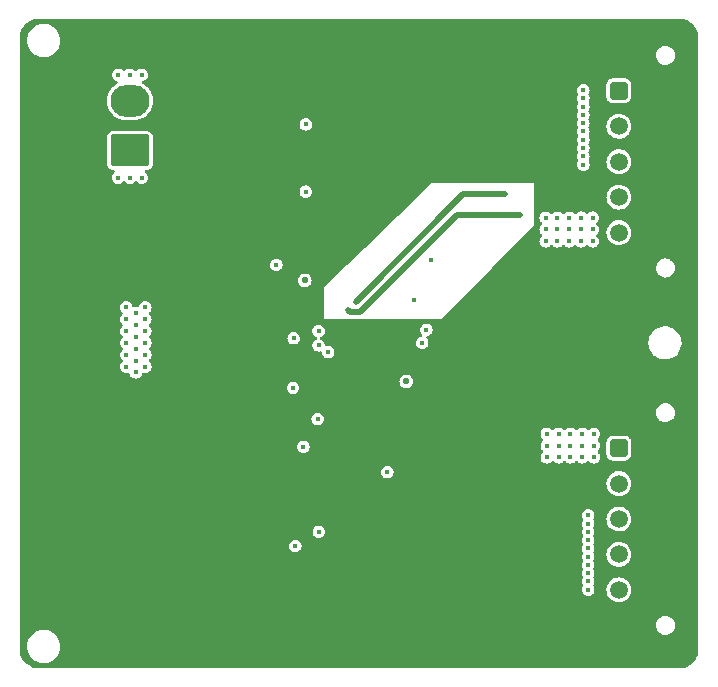
<source format=gbr>
%TF.GenerationSoftware,KiCad,Pcbnew,(5.99.0-12732-g288a94f5aa)*%
%TF.CreationDate,2021-10-13T17:17:12+08:00*%
%TF.ProjectId,Dual-Power,4475616c-2d50-46f7-9765-722e6b696361,rev?*%
%TF.SameCoordinates,Original*%
%TF.FileFunction,Copper,L3,Inr*%
%TF.FilePolarity,Positive*%
%FSLAX46Y46*%
G04 Gerber Fmt 4.6, Leading zero omitted, Abs format (unit mm)*
G04 Created by KiCad (PCBNEW (5.99.0-12732-g288a94f5aa)) date 2021-10-13 17:17:12*
%MOMM*%
%LPD*%
G01*
G04 APERTURE LIST*
G04 Aperture macros list*
%AMRoundRect*
0 Rectangle with rounded corners*
0 $1 Rounding radius*
0 $2 $3 $4 $5 $6 $7 $8 $9 X,Y pos of 4 corners*
0 Add a 4 corners polygon primitive as box body*
4,1,4,$2,$3,$4,$5,$6,$7,$8,$9,$2,$3,0*
0 Add four circle primitives for the rounded corners*
1,1,$1+$1,$2,$3*
1,1,$1+$1,$4,$5*
1,1,$1+$1,$6,$7*
1,1,$1+$1,$8,$9*
0 Add four rect primitives between the rounded corners*
20,1,$1+$1,$2,$3,$4,$5,0*
20,1,$1+$1,$4,$5,$6,$7,0*
20,1,$1+$1,$6,$7,$8,$9,0*
20,1,$1+$1,$8,$9,$2,$3,0*%
G04 Aperture macros list end*
%TA.AperFunction,ComponentPad*%
%ADD10RoundRect,0.250000X-0.500000X0.500000X-0.500000X-0.500000X0.500000X-0.500000X0.500000X0.500000X0*%
%TD*%
%TA.AperFunction,ComponentPad*%
%ADD11C,1.500000*%
%TD*%
%TA.AperFunction,ComponentPad*%
%ADD12RoundRect,0.250001X1.399999X-1.099999X1.399999X1.099999X-1.399999X1.099999X-1.399999X-1.099999X0*%
%TD*%
%TA.AperFunction,ComponentPad*%
%ADD13O,3.300000X2.700000*%
%TD*%
%TA.AperFunction,ViaPad*%
%ADD14C,0.500000*%
%TD*%
%TA.AperFunction,ViaPad*%
%ADD15C,0.450000*%
%TD*%
%TA.AperFunction,ViaPad*%
%ADD16C,0.550000*%
%TD*%
%TA.AperFunction,Conductor*%
%ADD17C,0.500000*%
%TD*%
G04 APERTURE END LIST*
D10*
%TO.N,Vout1(12V)*%
%TO.C,J1*%
X163500000Y-65860000D03*
D11*
X163500000Y-68860000D03*
X163500000Y-71860000D03*
X163500000Y-74860000D03*
X163500000Y-77860000D03*
%TO.N,GND*%
X166500000Y-65860000D03*
X166500000Y-68860000D03*
X166500000Y-71860000D03*
X166500000Y-74860000D03*
X166500000Y-77860000D03*
%TD*%
D10*
%TO.N,Vout2(-12V)*%
%TO.C,J2*%
X163500000Y-96110000D03*
D11*
X163500000Y-99110000D03*
X163500000Y-102110000D03*
X163500000Y-105110000D03*
X163500000Y-108110000D03*
%TO.N,GND*%
X166500000Y-96110000D03*
X166500000Y-99110000D03*
X166500000Y-102110000D03*
X166500000Y-105110000D03*
X166500000Y-108110000D03*
%TD*%
D12*
%TO.N,VIN*%
%TO.C,J3*%
X122100000Y-70900000D03*
D13*
X122100000Y-66700000D03*
%TO.N,GND*%
X116600000Y-70900000D03*
X116600000Y-66700000D03*
%TD*%
D14*
%TO.N,GND*%
X142400000Y-86160000D03*
X143200000Y-86160000D03*
X144000000Y-86160000D03*
X141600000Y-86960000D03*
X142400000Y-86960000D03*
X143200000Y-86960000D03*
X144000000Y-86960000D03*
X141600000Y-87760000D03*
X142400000Y-87760000D03*
X143200000Y-87760000D03*
X144000000Y-87760000D03*
X141600000Y-88560000D03*
X142400000Y-88560000D03*
X143200000Y-88560000D03*
X144000000Y-88560000D03*
D15*
X169400000Y-61800000D03*
X167400000Y-60700000D03*
X169400000Y-60700000D03*
X168400000Y-60700000D03*
X165400000Y-60700000D03*
X166400000Y-60700000D03*
X165400000Y-113800000D03*
X166400000Y-113800000D03*
X169400000Y-113800000D03*
X167400000Y-113800000D03*
X168400000Y-113800000D03*
D14*
X140600000Y-89930000D03*
D15*
X117400000Y-60700000D03*
X118400000Y-60700000D03*
X119400000Y-60700000D03*
X120400000Y-60700000D03*
X121400000Y-60700000D03*
X122400000Y-60700000D03*
X123400000Y-60700000D03*
X124400000Y-60700000D03*
X125400000Y-60700000D03*
X126400000Y-60700000D03*
X127400000Y-60700000D03*
X128400000Y-60700000D03*
X129400000Y-60700000D03*
X130400000Y-60700000D03*
X131400000Y-60700000D03*
X132400000Y-60700000D03*
X133400000Y-60700000D03*
X134400000Y-60700000D03*
X135400000Y-60700000D03*
X136400000Y-60700000D03*
X137400000Y-60700000D03*
X138400000Y-60700000D03*
X139400000Y-60700000D03*
X140400000Y-60700000D03*
X141400000Y-60700000D03*
X142400000Y-60700000D03*
X143400000Y-60700000D03*
X144400000Y-60700000D03*
X145400000Y-60700000D03*
X146400000Y-60700000D03*
X147400000Y-60700000D03*
X148400000Y-60700000D03*
X149400000Y-60700000D03*
X150400000Y-60700000D03*
X151400000Y-60700000D03*
X152400000Y-60700000D03*
X153400000Y-60700000D03*
X154400000Y-60700000D03*
X155400000Y-60700000D03*
X156400000Y-60700000D03*
X157400000Y-60700000D03*
X158400000Y-60700000D03*
X159400000Y-60700000D03*
X160400000Y-60700000D03*
X161400000Y-60700000D03*
X162400000Y-60700000D03*
X163400000Y-60700000D03*
X164400000Y-60700000D03*
X142400000Y-113800000D03*
X128400000Y-113800000D03*
X144400000Y-113800000D03*
X136400000Y-113800000D03*
X134400000Y-113800000D03*
X152400000Y-113800000D03*
X119400000Y-113800000D03*
X129400000Y-113800000D03*
X124400000Y-113800000D03*
X123400000Y-113800000D03*
X118400000Y-113800000D03*
X125400000Y-113800000D03*
X117400000Y-113800000D03*
X137400000Y-113800000D03*
X138400000Y-113800000D03*
X121400000Y-113800000D03*
X141400000Y-113800000D03*
X143400000Y-113800000D03*
X146400000Y-113800000D03*
X149400000Y-113800000D03*
X120400000Y-113800000D03*
X150400000Y-113800000D03*
X151400000Y-113800000D03*
X154400000Y-113800000D03*
X155400000Y-113800000D03*
X147400000Y-113800000D03*
X158400000Y-113800000D03*
X139400000Y-113800000D03*
X159400000Y-113800000D03*
X132400000Y-113800000D03*
X160400000Y-113800000D03*
X161400000Y-113800000D03*
X145400000Y-113800000D03*
X133400000Y-113800000D03*
X130400000Y-113800000D03*
X148400000Y-113800000D03*
X153400000Y-113800000D03*
X122400000Y-113800000D03*
X126400000Y-113800000D03*
X156400000Y-113800000D03*
X157400000Y-113800000D03*
X127400000Y-113800000D03*
X135400000Y-113800000D03*
X131400000Y-113800000D03*
X140400000Y-113800000D03*
X163400000Y-113800000D03*
X164400000Y-113800000D03*
X162400000Y-113800000D03*
X169400000Y-83900000D03*
X169400000Y-72900000D03*
X169400000Y-101900000D03*
X169400000Y-96900000D03*
X169400000Y-86900000D03*
X169400000Y-100900000D03*
X169400000Y-69900000D03*
X169400000Y-91900000D03*
X169400000Y-105900000D03*
X169400000Y-73900000D03*
X169400001Y-107900000D03*
X169400000Y-95900000D03*
X169400001Y-84900000D03*
X169400001Y-103900000D03*
X169400000Y-104900000D03*
X169400000Y-74900000D03*
X169400000Y-108900000D03*
X169400000Y-81900000D03*
X169400000Y-68900000D03*
X169400000Y-88900000D03*
X169400001Y-75900000D03*
X169400000Y-97900000D03*
X169400000Y-76900000D03*
X169400000Y-90900000D03*
X169400000Y-99900000D03*
X169400000Y-67900000D03*
X169400001Y-98900000D03*
X169400000Y-63900000D03*
X169400000Y-106900000D03*
X169400001Y-66900000D03*
X169400001Y-70900000D03*
X169400001Y-93900000D03*
X169400001Y-102900000D03*
X169400001Y-94900000D03*
X169400000Y-65900000D03*
X169400001Y-71900000D03*
X169400000Y-79900000D03*
X169400000Y-85900000D03*
X169400000Y-92900000D03*
X169400001Y-80900000D03*
X169400000Y-64900000D03*
X169400000Y-77900000D03*
X169400001Y-89900000D03*
X169400001Y-112900000D03*
X169400000Y-87900000D03*
X169400000Y-111900000D03*
X169400000Y-78900000D03*
X169400000Y-110900000D03*
X169400001Y-62900000D03*
X169400000Y-109900000D03*
X169400000Y-82900000D03*
X133200000Y-94900000D03*
X132466665Y-94900000D03*
D14*
X141600000Y-86160000D03*
D15*
X138030000Y-88600000D03*
%TO.N,VIN*%
X123400000Y-84200000D03*
X123400000Y-85200000D03*
X123400000Y-86200000D03*
X123400000Y-87200000D03*
X123400000Y-88200000D03*
X123400000Y-89200000D03*
X121800000Y-86200000D03*
X121800000Y-87200000D03*
X122600000Y-88700000D03*
X121800000Y-89200000D03*
X121800000Y-84200000D03*
X121800000Y-85200000D03*
X122600000Y-89700000D03*
X122600000Y-84700000D03*
X122600000Y-86700000D03*
X122600000Y-87700000D03*
X122600000Y-85700000D03*
X121800000Y-88200000D03*
X123100000Y-73199999D03*
X121100000Y-73200000D03*
X122100000Y-73200000D03*
X121100000Y-64500000D03*
X123100000Y-64499999D03*
X122100000Y-64500000D03*
X146849982Y-87199990D03*
X135910016Y-91010014D03*
X134500002Y-80600000D03*
%TO.N,INTVcc*%
X135960000Y-86800000D03*
X138890000Y-87990000D03*
X136790000Y-95990000D03*
%TO.N,Vout2(-12V)*%
X160400000Y-96900000D03*
X157400000Y-96900000D03*
X161400000Y-96900000D03*
X158400000Y-96900000D03*
X159400000Y-96900000D03*
X158400000Y-94900000D03*
X159400000Y-95900000D03*
X158400000Y-95900000D03*
X161400000Y-94900000D03*
X159400000Y-94900000D03*
X157400000Y-95900000D03*
X157400000Y-94900000D03*
X160400000Y-95900000D03*
X161400000Y-95900000D03*
X160400000Y-94900000D03*
X160900000Y-105300000D03*
X160900000Y-106700000D03*
X160900000Y-101800000D03*
X160900000Y-108100000D03*
X160900000Y-103200000D03*
X160900000Y-107400000D03*
X160900000Y-106000000D03*
X160900000Y-104600000D03*
X160900000Y-103900000D03*
X160900000Y-102500000D03*
X143890000Y-98140000D03*
%TO.N,Net-(C23-Pad1)*%
X147600000Y-80200000D03*
%TO.N,Vout1(12V)*%
X160500000Y-65800000D03*
X160500000Y-68600000D03*
X160500000Y-67900000D03*
X160500000Y-67200000D03*
X160500000Y-66500000D03*
X160500000Y-69300000D03*
X160500000Y-70000000D03*
X160500000Y-71400000D03*
X160500000Y-70700000D03*
X160500000Y-72100000D03*
X158300000Y-76600000D03*
X159300000Y-76600000D03*
X160300000Y-76600000D03*
X161300000Y-76600000D03*
X157300000Y-77600000D03*
X158300000Y-77600000D03*
X159300000Y-77600000D03*
X160300000Y-77600000D03*
X161300000Y-77600000D03*
X157300000Y-78600000D03*
X158300000Y-78600000D03*
X159300000Y-78600000D03*
X160300000Y-78600000D03*
X161300000Y-78600000D03*
X157300000Y-76600000D03*
X155100000Y-76400000D03*
X140550000Y-84450000D03*
%TO.N,Net-(C25-Pad1)*%
X153850000Y-74630000D03*
X141220000Y-83700000D03*
%TO.N,Net-(D1-Pad2)*%
X138070000Y-86200000D03*
%TO.N,Net-(D2-Pad2)*%
X138070000Y-87410000D03*
%TO.N,Net-(Q1-Pad4)*%
X136100000Y-104400000D03*
D16*
X145490000Y-90460000D03*
D15*
%TO.N,Net-(Q1-Pad1)*%
X137990011Y-93649989D03*
X138100000Y-103200004D03*
%TO.N,Net-(Q2-Pad4)*%
X147200000Y-86100000D03*
D16*
X136900000Y-81900000D03*
D15*
%TO.N,Net-(Q3-Pad4)*%
X137000000Y-68700000D03*
X137000000Y-74400000D03*
X146150001Y-83550005D03*
%TD*%
D17*
%TO.N,Vout1(12V)*%
X149800000Y-76400000D02*
X155100000Y-76400000D01*
X141600000Y-84600000D02*
X149800000Y-76400000D01*
X140550000Y-84450000D02*
X140700000Y-84600000D01*
X140700000Y-84600000D02*
X141600000Y-84600000D01*
%TO.N,Net-(C25-Pad1)*%
X150290000Y-74630000D02*
X153850000Y-74630000D01*
X141220000Y-83700000D02*
X150290000Y-74630000D01*
%TD*%
%TA.AperFunction,Conductor*%
%TO.N,GND*%
G36*
X169131133Y-59810925D02*
G01*
X169215545Y-59848916D01*
X169228804Y-59855874D01*
X169443324Y-59985555D01*
X169455647Y-59994061D01*
X169652968Y-60148652D01*
X169664176Y-60158582D01*
X169841418Y-60335824D01*
X169851348Y-60347032D01*
X170005939Y-60544353D01*
X170014445Y-60556676D01*
X170144126Y-60771196D01*
X170151084Y-60784455D01*
X170189075Y-60868867D01*
X170200000Y-60919758D01*
X170200000Y-113580242D01*
X170189075Y-113631133D01*
X170151084Y-113715545D01*
X170144126Y-113728804D01*
X170014445Y-113943324D01*
X170005941Y-113955644D01*
X169889600Y-114104143D01*
X169851348Y-114152968D01*
X169841418Y-114164176D01*
X169664176Y-114341418D01*
X169652968Y-114351348D01*
X169455647Y-114505939D01*
X169443324Y-114514445D01*
X169228804Y-114644126D01*
X169215545Y-114651084D01*
X169131133Y-114689075D01*
X169080242Y-114700000D01*
X113919758Y-114700000D01*
X113868867Y-114689075D01*
X113784455Y-114651084D01*
X113771196Y-114644126D01*
X113556676Y-114514445D01*
X113544353Y-114505939D01*
X113347032Y-114351348D01*
X113335824Y-114341418D01*
X113158582Y-114164176D01*
X113148652Y-114152968D01*
X113110400Y-114104143D01*
X112994059Y-113955644D01*
X112985555Y-113943324D01*
X112855874Y-113728804D01*
X112848916Y-113715545D01*
X112810925Y-113631133D01*
X112800000Y-113580242D01*
X112800000Y-112865665D01*
X113395119Y-112865665D01*
X113395412Y-112870747D01*
X113395412Y-112870748D01*
X113400857Y-112965181D01*
X113408376Y-113095580D01*
X113459006Y-113320242D01*
X113545649Y-113533618D01*
X113548311Y-113537962D01*
X113663317Y-113725635D01*
X113663321Y-113725640D01*
X113665979Y-113729978D01*
X113669311Y-113733824D01*
X113669312Y-113733826D01*
X113739108Y-113814400D01*
X113816763Y-113904048D01*
X113820673Y-113907294D01*
X113820677Y-113907298D01*
X113900253Y-113973363D01*
X113993953Y-114051154D01*
X114093516Y-114109334D01*
X114178287Y-114158870D01*
X114192790Y-114167345D01*
X114197543Y-114169160D01*
X114197545Y-114169161D01*
X114265584Y-114195142D01*
X114407934Y-114249501D01*
X114412920Y-114250515D01*
X114412922Y-114250516D01*
X114483822Y-114264940D01*
X114633607Y-114295414D01*
X114783235Y-114300901D01*
X114858670Y-114303667D01*
X114858673Y-114303667D01*
X114863749Y-114303853D01*
X115092178Y-114274591D01*
X115097048Y-114273130D01*
X115307892Y-114209874D01*
X115307895Y-114209873D01*
X115312761Y-114208413D01*
X115317324Y-114206177D01*
X115317328Y-114206176D01*
X115425938Y-114152968D01*
X115519574Y-114107096D01*
X115707062Y-113973363D01*
X115870190Y-113810803D01*
X116004577Y-113623783D01*
X116106615Y-113417325D01*
X116173563Y-113196975D01*
X116203622Y-112968649D01*
X116205300Y-112900000D01*
X116186430Y-112670478D01*
X116130326Y-112447120D01*
X116038496Y-112235924D01*
X116035736Y-112231658D01*
X116035733Y-112231652D01*
X115916167Y-112046832D01*
X115916165Y-112046830D01*
X115913405Y-112042563D01*
X115758412Y-111872229D01*
X115754427Y-111869082D01*
X115754424Y-111869079D01*
X115581672Y-111732648D01*
X115581673Y-111732648D01*
X115577681Y-111729496D01*
X115573235Y-111727042D01*
X115573231Y-111727039D01*
X115380520Y-111620657D01*
X115380517Y-111620656D01*
X115376065Y-111618198D01*
X115158978Y-111541323D01*
X115104575Y-111531632D01*
X114937260Y-111501829D01*
X114937255Y-111501829D01*
X114932250Y-111500937D01*
X114841875Y-111499833D01*
X114707061Y-111498185D01*
X114707059Y-111498185D01*
X114701971Y-111498123D01*
X114696942Y-111498893D01*
X114696936Y-111498893D01*
X114566950Y-111518784D01*
X114474325Y-111532958D01*
X114255424Y-111604506D01*
X114250910Y-111606856D01*
X114055664Y-111708494D01*
X114055658Y-111708498D01*
X114051149Y-111710845D01*
X114026308Y-111729496D01*
X113874315Y-111843615D01*
X113866984Y-111849119D01*
X113863469Y-111852798D01*
X113863466Y-111852800D01*
X113804256Y-111914760D01*
X113707877Y-112015616D01*
X113705013Y-112019815D01*
X113705011Y-112019817D01*
X113689495Y-112042563D01*
X113578099Y-112205863D01*
X113481136Y-112414752D01*
X113479774Y-112419662D01*
X113479774Y-112419663D01*
X113472160Y-112447120D01*
X113419592Y-112636673D01*
X113395119Y-112865665D01*
X112800000Y-112865665D01*
X112800000Y-111098753D01*
X166634514Y-111098753D01*
X166652039Y-111277486D01*
X166708726Y-111447896D01*
X166712319Y-111453829D01*
X166712320Y-111453831D01*
X166741389Y-111501829D01*
X166801759Y-111601512D01*
X166926514Y-111730699D01*
X166932308Y-111734490D01*
X166932311Y-111734493D01*
X167028213Y-111797249D01*
X167076789Y-111829036D01*
X167245116Y-111891636D01*
X167423130Y-111915388D01*
X167430031Y-111914760D01*
X167430033Y-111914760D01*
X167537744Y-111904958D01*
X167601981Y-111899112D01*
X167772782Y-111843615D01*
X167927044Y-111751657D01*
X167945068Y-111734493D01*
X168052080Y-111632587D01*
X168052082Y-111632585D01*
X168057099Y-111627807D01*
X168141391Y-111500937D01*
X168152645Y-111483999D01*
X168152646Y-111483997D01*
X168156483Y-111478222D01*
X168220257Y-111310336D01*
X168245251Y-111132493D01*
X168245565Y-111110000D01*
X168225546Y-110931528D01*
X168166485Y-110761927D01*
X168071316Y-110609625D01*
X167944770Y-110482193D01*
X167793136Y-110385963D01*
X167773219Y-110378871D01*
X167630479Y-110328043D01*
X167630475Y-110328042D01*
X167623951Y-110325719D01*
X167445624Y-110304455D01*
X167438735Y-110305179D01*
X167438732Y-110305179D01*
X167273913Y-110322502D01*
X167273911Y-110322502D01*
X167267017Y-110323227D01*
X167260456Y-110325461D01*
X167260454Y-110325461D01*
X167173718Y-110354989D01*
X167097007Y-110381103D01*
X166944045Y-110475206D01*
X166815732Y-110600859D01*
X166718446Y-110751817D01*
X166657022Y-110920578D01*
X166634514Y-111098753D01*
X112800000Y-111098753D01*
X112800000Y-108100000D01*
X160369965Y-108100000D01*
X160388026Y-108237183D01*
X160391137Y-108244694D01*
X160391138Y-108244697D01*
X160426046Y-108328973D01*
X160440976Y-108365017D01*
X160525209Y-108474791D01*
X160634982Y-108559024D01*
X160642490Y-108562134D01*
X160642492Y-108562135D01*
X160678980Y-108577248D01*
X160762817Y-108611974D01*
X160900000Y-108630035D01*
X161037183Y-108611974D01*
X161121020Y-108577248D01*
X161157508Y-108562135D01*
X161157510Y-108562134D01*
X161165018Y-108559024D01*
X161274791Y-108474791D01*
X161359024Y-108365017D01*
X161373954Y-108328973D01*
X161408862Y-108244697D01*
X161408863Y-108244694D01*
X161411974Y-108237183D01*
X161430035Y-108100000D01*
X161429411Y-108095262D01*
X162444520Y-108095262D01*
X162461759Y-108300553D01*
X162518544Y-108498586D01*
X162612712Y-108681818D01*
X162616480Y-108686572D01*
X162645402Y-108723062D01*
X162740677Y-108843270D01*
X162745296Y-108847201D01*
X162892950Y-108972865D01*
X162892955Y-108972869D01*
X162897564Y-108976791D01*
X163077398Y-109077297D01*
X163273329Y-109140959D01*
X163279347Y-109141677D01*
X163279349Y-109141677D01*
X163421410Y-109158616D01*
X163477894Y-109165351D01*
X163483938Y-109164886D01*
X163483939Y-109164886D01*
X163545266Y-109160167D01*
X163683300Y-109149546D01*
X163768596Y-109125731D01*
X163875885Y-109095776D01*
X163875889Y-109095774D01*
X163881725Y-109094145D01*
X164065610Y-109001258D01*
X164227951Y-108874424D01*
X164231907Y-108869840D01*
X164231911Y-108869837D01*
X164358602Y-108723062D01*
X164362564Y-108718472D01*
X164383387Y-108681818D01*
X164461327Y-108544618D01*
X164464323Y-108539344D01*
X164529351Y-108343863D01*
X164534823Y-108300553D01*
X164554736Y-108142919D01*
X164554736Y-108142915D01*
X164555171Y-108139474D01*
X164555583Y-108110000D01*
X164553547Y-108089232D01*
X164536072Y-107911006D01*
X164536072Y-107911004D01*
X164535480Y-107904970D01*
X164475935Y-107707749D01*
X164389240Y-107544697D01*
X164382065Y-107531203D01*
X164382064Y-107531201D01*
X164379218Y-107525849D01*
X164249011Y-107366200D01*
X164090275Y-107234882D01*
X163999665Y-107185889D01*
X163914393Y-107139783D01*
X163914391Y-107139782D01*
X163909055Y-107136897D01*
X163899991Y-107134091D01*
X163718046Y-107077770D01*
X163718047Y-107077770D01*
X163712254Y-107075977D01*
X163507369Y-107054443D01*
X163501336Y-107054992D01*
X163501332Y-107054992D01*
X163375721Y-107066424D01*
X163302203Y-107073114D01*
X163296390Y-107074825D01*
X163296389Y-107074825D01*
X163110392Y-107129567D01*
X163104572Y-107131280D01*
X163083122Y-107142494D01*
X162927374Y-107223917D01*
X162927370Y-107223920D01*
X162922002Y-107226726D01*
X162917279Y-107230523D01*
X162917278Y-107230524D01*
X162877114Y-107262817D01*
X162761447Y-107355815D01*
X162629024Y-107513630D01*
X162529776Y-107694162D01*
X162467484Y-107890532D01*
X162444520Y-108095262D01*
X161429411Y-108095262D01*
X161411974Y-107962817D01*
X161390514Y-107911006D01*
X161362135Y-107842494D01*
X161359024Y-107834983D01*
X161354075Y-107828533D01*
X161354073Y-107828530D01*
X161351740Y-107825489D01*
X161350568Y-107822458D01*
X161350011Y-107821493D01*
X161350161Y-107821406D01*
X161326543Y-107760321D01*
X161340580Y-107691876D01*
X161351740Y-107674511D01*
X161354073Y-107671470D01*
X161354075Y-107671467D01*
X161359024Y-107665017D01*
X161411974Y-107537183D01*
X161430035Y-107400000D01*
X161411974Y-107262817D01*
X161359024Y-107134983D01*
X161354075Y-107128533D01*
X161354073Y-107128530D01*
X161351740Y-107125489D01*
X161350568Y-107122458D01*
X161350011Y-107121493D01*
X161350161Y-107121406D01*
X161326543Y-107060321D01*
X161340580Y-106991876D01*
X161351740Y-106974511D01*
X161354073Y-106971470D01*
X161354075Y-106971467D01*
X161359024Y-106965017D01*
X161411974Y-106837183D01*
X161430035Y-106700000D01*
X161411974Y-106562817D01*
X161359024Y-106434983D01*
X161354075Y-106428533D01*
X161354073Y-106428530D01*
X161351740Y-106425489D01*
X161350568Y-106422458D01*
X161350011Y-106421493D01*
X161350161Y-106421406D01*
X161326543Y-106360321D01*
X161340580Y-106291876D01*
X161351740Y-106274511D01*
X161354073Y-106271470D01*
X161354075Y-106271467D01*
X161359024Y-106265017D01*
X161411974Y-106137183D01*
X161430035Y-106000000D01*
X161411974Y-105862817D01*
X161403878Y-105843270D01*
X161362135Y-105742494D01*
X161359024Y-105734983D01*
X161354075Y-105728533D01*
X161354073Y-105728530D01*
X161351740Y-105725489D01*
X161350568Y-105722458D01*
X161350011Y-105721493D01*
X161350161Y-105721406D01*
X161326543Y-105660321D01*
X161340580Y-105591876D01*
X161351740Y-105574511D01*
X161354073Y-105571470D01*
X161354075Y-105571467D01*
X161359024Y-105565017D01*
X161411974Y-105437183D01*
X161430035Y-105300000D01*
X161411974Y-105162817D01*
X161400869Y-105136005D01*
X161383992Y-105095262D01*
X162444520Y-105095262D01*
X162461759Y-105300553D01*
X162518544Y-105498586D01*
X162612712Y-105681818D01*
X162616480Y-105686572D01*
X162645402Y-105723062D01*
X162740677Y-105843270D01*
X162745296Y-105847201D01*
X162892950Y-105972865D01*
X162892955Y-105972869D01*
X162897564Y-105976791D01*
X163077398Y-106077297D01*
X163222785Y-106124536D01*
X163261708Y-106137183D01*
X163273329Y-106140959D01*
X163279347Y-106141677D01*
X163279349Y-106141677D01*
X163421410Y-106158616D01*
X163477894Y-106165351D01*
X163483938Y-106164886D01*
X163483939Y-106164886D01*
X163545266Y-106160167D01*
X163683300Y-106149546D01*
X163768596Y-106125731D01*
X163875885Y-106095776D01*
X163875889Y-106095774D01*
X163881725Y-106094145D01*
X164065610Y-106001258D01*
X164227951Y-105874424D01*
X164231907Y-105869840D01*
X164231911Y-105869837D01*
X164358602Y-105723062D01*
X164362564Y-105718472D01*
X164368443Y-105708124D01*
X164461327Y-105544618D01*
X164464323Y-105539344D01*
X164529351Y-105343863D01*
X164534823Y-105300553D01*
X164554736Y-105142919D01*
X164554736Y-105142915D01*
X164555171Y-105139474D01*
X164555583Y-105110000D01*
X164546905Y-105021493D01*
X164536072Y-104911006D01*
X164536072Y-104911004D01*
X164535480Y-104904970D01*
X164475935Y-104707749D01*
X164389240Y-104544697D01*
X164382065Y-104531203D01*
X164382064Y-104531201D01*
X164379218Y-104525849D01*
X164249011Y-104366200D01*
X164231864Y-104352015D01*
X164094946Y-104238746D01*
X164094945Y-104238745D01*
X164090275Y-104234882D01*
X163947171Y-104157506D01*
X163914393Y-104139783D01*
X163914391Y-104139782D01*
X163909055Y-104136897D01*
X163899991Y-104134091D01*
X163718046Y-104077770D01*
X163718047Y-104077770D01*
X163712254Y-104075977D01*
X163507369Y-104054443D01*
X163501336Y-104054992D01*
X163501332Y-104054992D01*
X163375721Y-104066424D01*
X163302203Y-104073114D01*
X163296390Y-104074825D01*
X163296389Y-104074825D01*
X163292475Y-104075977D01*
X163104572Y-104131280D01*
X163083122Y-104142494D01*
X162927374Y-104223917D01*
X162927370Y-104223920D01*
X162922002Y-104226726D01*
X162917279Y-104230523D01*
X162917278Y-104230524D01*
X162877114Y-104262817D01*
X162761447Y-104355815D01*
X162629024Y-104513630D01*
X162529776Y-104694162D01*
X162527942Y-104699944D01*
X162527941Y-104699946D01*
X162471271Y-104878594D01*
X162467484Y-104890532D01*
X162444520Y-105095262D01*
X161383992Y-105095262D01*
X161362135Y-105042494D01*
X161359024Y-105034983D01*
X161354075Y-105028533D01*
X161354073Y-105028530D01*
X161351740Y-105025489D01*
X161350568Y-105022458D01*
X161350011Y-105021493D01*
X161350161Y-105021406D01*
X161326543Y-104960321D01*
X161340580Y-104891876D01*
X161351740Y-104874511D01*
X161354073Y-104871470D01*
X161354075Y-104871467D01*
X161359024Y-104865017D01*
X161394348Y-104779737D01*
X161408862Y-104744697D01*
X161408863Y-104744694D01*
X161411974Y-104737183D01*
X161430035Y-104600000D01*
X161411974Y-104462817D01*
X161359024Y-104334983D01*
X161354075Y-104328533D01*
X161354073Y-104328530D01*
X161351740Y-104325489D01*
X161350568Y-104322458D01*
X161350011Y-104321493D01*
X161350161Y-104321406D01*
X161326543Y-104260321D01*
X161340580Y-104191876D01*
X161351740Y-104174511D01*
X161354073Y-104171470D01*
X161354075Y-104171467D01*
X161359024Y-104165017D01*
X161374135Y-104128536D01*
X161408862Y-104044697D01*
X161408863Y-104044694D01*
X161411974Y-104037183D01*
X161430035Y-103900000D01*
X161411974Y-103762817D01*
X161359024Y-103634983D01*
X161354075Y-103628533D01*
X161354073Y-103628530D01*
X161351740Y-103625489D01*
X161350568Y-103622458D01*
X161350011Y-103621493D01*
X161350161Y-103621406D01*
X161326543Y-103560321D01*
X161340580Y-103491876D01*
X161351740Y-103474511D01*
X161354073Y-103471470D01*
X161354075Y-103471467D01*
X161359024Y-103465017D01*
X161411974Y-103337183D01*
X161430035Y-103200000D01*
X161411974Y-103062817D01*
X161359024Y-102934983D01*
X161354075Y-102928533D01*
X161354073Y-102928530D01*
X161351740Y-102925489D01*
X161350568Y-102922458D01*
X161350011Y-102921493D01*
X161350161Y-102921406D01*
X161326543Y-102860321D01*
X161340580Y-102791876D01*
X161351740Y-102774511D01*
X161354073Y-102771470D01*
X161354075Y-102771467D01*
X161359024Y-102765017D01*
X161395720Y-102676424D01*
X161408862Y-102644697D01*
X161408863Y-102644694D01*
X161411974Y-102637183D01*
X161430035Y-102500000D01*
X161411974Y-102362817D01*
X161401633Y-102337850D01*
X161362135Y-102242494D01*
X161359024Y-102234983D01*
X161354075Y-102228533D01*
X161354073Y-102228530D01*
X161351740Y-102225489D01*
X161350568Y-102222458D01*
X161350011Y-102221493D01*
X161350161Y-102221406D01*
X161326543Y-102160321D01*
X161339886Y-102095262D01*
X162444520Y-102095262D01*
X162461759Y-102300553D01*
X162518544Y-102498586D01*
X162612712Y-102681818D01*
X162616480Y-102686572D01*
X162731473Y-102831657D01*
X162740677Y-102843270D01*
X162745296Y-102847201D01*
X162892950Y-102972865D01*
X162892955Y-102972869D01*
X162897564Y-102976791D01*
X163077398Y-103077297D01*
X163273329Y-103140959D01*
X163279347Y-103141677D01*
X163279349Y-103141677D01*
X163421410Y-103158616D01*
X163477894Y-103165351D01*
X163483938Y-103164886D01*
X163483939Y-103164886D01*
X163545266Y-103160167D01*
X163683300Y-103149546D01*
X163768596Y-103125731D01*
X163875885Y-103095776D01*
X163875889Y-103095774D01*
X163881725Y-103094145D01*
X164065610Y-103001258D01*
X164227951Y-102874424D01*
X164231907Y-102869840D01*
X164231911Y-102869837D01*
X164358602Y-102723062D01*
X164362564Y-102718472D01*
X164379858Y-102688030D01*
X164461327Y-102544618D01*
X164464323Y-102539344D01*
X164523046Y-102362817D01*
X164527439Y-102349611D01*
X164527439Y-102349610D01*
X164529351Y-102343863D01*
X164534823Y-102300553D01*
X164554736Y-102142919D01*
X164554736Y-102142915D01*
X164555171Y-102139474D01*
X164555583Y-102110000D01*
X164551805Y-102071470D01*
X164536072Y-101911006D01*
X164536072Y-101911004D01*
X164535480Y-101904970D01*
X164475935Y-101707749D01*
X164379218Y-101525849D01*
X164249011Y-101366200D01*
X164224503Y-101345925D01*
X164094946Y-101238746D01*
X164094945Y-101238745D01*
X164090275Y-101234882D01*
X163909055Y-101136897D01*
X163899991Y-101134091D01*
X163718046Y-101077770D01*
X163718047Y-101077770D01*
X163712254Y-101075977D01*
X163507369Y-101054443D01*
X163501336Y-101054992D01*
X163501332Y-101054992D01*
X163375721Y-101066424D01*
X163302203Y-101073114D01*
X163296390Y-101074825D01*
X163296389Y-101074825D01*
X163292475Y-101075977D01*
X163104572Y-101131280D01*
X163020819Y-101175065D01*
X162927374Y-101223917D01*
X162927370Y-101223920D01*
X162922002Y-101226726D01*
X162917279Y-101230523D01*
X162917278Y-101230524D01*
X162773748Y-101345925D01*
X162761447Y-101355815D01*
X162629024Y-101513630D01*
X162529776Y-101694162D01*
X162467484Y-101890532D01*
X162463156Y-101929120D01*
X162446390Y-102078594D01*
X162444520Y-102095262D01*
X161339886Y-102095262D01*
X161340580Y-102091876D01*
X161351740Y-102074511D01*
X161354073Y-102071470D01*
X161354075Y-102071467D01*
X161359024Y-102065017D01*
X161411974Y-101937183D01*
X161430035Y-101800000D01*
X161411974Y-101662817D01*
X161359024Y-101534983D01*
X161274791Y-101425209D01*
X161165018Y-101340976D01*
X161157510Y-101337866D01*
X161157508Y-101337865D01*
X161121020Y-101322752D01*
X161037183Y-101288026D01*
X160900000Y-101269965D01*
X160762817Y-101288026D01*
X160755306Y-101291137D01*
X160755303Y-101291138D01*
X160755301Y-101291139D01*
X160634983Y-101340976D01*
X160525209Y-101425209D01*
X160440976Y-101534983D01*
X160388026Y-101662817D01*
X160369965Y-101800000D01*
X160388026Y-101937183D01*
X160440976Y-102065017D01*
X160445925Y-102071467D01*
X160445927Y-102071470D01*
X160448260Y-102074511D01*
X160449432Y-102077542D01*
X160449989Y-102078507D01*
X160449839Y-102078594D01*
X160473457Y-102139679D01*
X160459420Y-102208124D01*
X160448260Y-102225489D01*
X160445927Y-102228530D01*
X160445925Y-102228533D01*
X160440976Y-102234983D01*
X160437865Y-102242494D01*
X160398368Y-102337850D01*
X160388026Y-102362817D01*
X160369965Y-102500000D01*
X160388026Y-102637183D01*
X160391137Y-102644694D01*
X160391138Y-102644697D01*
X160404280Y-102676424D01*
X160440976Y-102765017D01*
X160445925Y-102771467D01*
X160445927Y-102771470D01*
X160448260Y-102774511D01*
X160449432Y-102777542D01*
X160449989Y-102778507D01*
X160449839Y-102778594D01*
X160473457Y-102839679D01*
X160459420Y-102908124D01*
X160448260Y-102925489D01*
X160445927Y-102928530D01*
X160445925Y-102928533D01*
X160440976Y-102934983D01*
X160388026Y-103062817D01*
X160369965Y-103200000D01*
X160388026Y-103337183D01*
X160440976Y-103465017D01*
X160445925Y-103471467D01*
X160445927Y-103471470D01*
X160448260Y-103474511D01*
X160449432Y-103477542D01*
X160449989Y-103478507D01*
X160449839Y-103478594D01*
X160473457Y-103539679D01*
X160459420Y-103608124D01*
X160448260Y-103625489D01*
X160445927Y-103628530D01*
X160445925Y-103628533D01*
X160440976Y-103634983D01*
X160388026Y-103762817D01*
X160369965Y-103900000D01*
X160388026Y-104037183D01*
X160391137Y-104044694D01*
X160391138Y-104044697D01*
X160425865Y-104128536D01*
X160440976Y-104165017D01*
X160445925Y-104171467D01*
X160445927Y-104171470D01*
X160448260Y-104174511D01*
X160449432Y-104177542D01*
X160449989Y-104178507D01*
X160449839Y-104178594D01*
X160473457Y-104239679D01*
X160459420Y-104308124D01*
X160448260Y-104325489D01*
X160445927Y-104328530D01*
X160445925Y-104328533D01*
X160440976Y-104334983D01*
X160388026Y-104462817D01*
X160369965Y-104600000D01*
X160388026Y-104737183D01*
X160391137Y-104744694D01*
X160391138Y-104744697D01*
X160405652Y-104779737D01*
X160440976Y-104865017D01*
X160445925Y-104871467D01*
X160445927Y-104871470D01*
X160448260Y-104874511D01*
X160449432Y-104877542D01*
X160449989Y-104878507D01*
X160449839Y-104878594D01*
X160473457Y-104939679D01*
X160459420Y-105008124D01*
X160448260Y-105025489D01*
X160445927Y-105028530D01*
X160445925Y-105028533D01*
X160440976Y-105034983D01*
X160437865Y-105042494D01*
X160399132Y-105136005D01*
X160388026Y-105162817D01*
X160369965Y-105300000D01*
X160388026Y-105437183D01*
X160440976Y-105565017D01*
X160445925Y-105571467D01*
X160445927Y-105571470D01*
X160448260Y-105574511D01*
X160449432Y-105577542D01*
X160449989Y-105578507D01*
X160449839Y-105578594D01*
X160473457Y-105639679D01*
X160459420Y-105708124D01*
X160448260Y-105725489D01*
X160445927Y-105728530D01*
X160445925Y-105728533D01*
X160440976Y-105734983D01*
X160437865Y-105742494D01*
X160396123Y-105843270D01*
X160388026Y-105862817D01*
X160369965Y-106000000D01*
X160388026Y-106137183D01*
X160440976Y-106265017D01*
X160445925Y-106271467D01*
X160445927Y-106271470D01*
X160448260Y-106274511D01*
X160449432Y-106277542D01*
X160449989Y-106278507D01*
X160449839Y-106278594D01*
X160473457Y-106339679D01*
X160459420Y-106408124D01*
X160448260Y-106425489D01*
X160445927Y-106428530D01*
X160445925Y-106428533D01*
X160440976Y-106434983D01*
X160388026Y-106562817D01*
X160369965Y-106700000D01*
X160388026Y-106837183D01*
X160440976Y-106965017D01*
X160445925Y-106971467D01*
X160445927Y-106971470D01*
X160448260Y-106974511D01*
X160449432Y-106977542D01*
X160449989Y-106978507D01*
X160449839Y-106978594D01*
X160473457Y-107039679D01*
X160459420Y-107108124D01*
X160448260Y-107125489D01*
X160445927Y-107128530D01*
X160445925Y-107128533D01*
X160440976Y-107134983D01*
X160388026Y-107262817D01*
X160369965Y-107400000D01*
X160388026Y-107537183D01*
X160440976Y-107665017D01*
X160445925Y-107671467D01*
X160445927Y-107671470D01*
X160448260Y-107674511D01*
X160449432Y-107677542D01*
X160449989Y-107678507D01*
X160449839Y-107678594D01*
X160473457Y-107739679D01*
X160459420Y-107808124D01*
X160448260Y-107825489D01*
X160445927Y-107828530D01*
X160445925Y-107828533D01*
X160440976Y-107834983D01*
X160437865Y-107842494D01*
X160409487Y-107911006D01*
X160388026Y-107962817D01*
X160369965Y-108100000D01*
X112800000Y-108100000D01*
X112800000Y-104400000D01*
X135569965Y-104400000D01*
X135588026Y-104537183D01*
X135640976Y-104665017D01*
X135725209Y-104774791D01*
X135834982Y-104859024D01*
X135842490Y-104862134D01*
X135842492Y-104862135D01*
X135878980Y-104877248D01*
X135962817Y-104911974D01*
X136100000Y-104930035D01*
X136237183Y-104911974D01*
X136321020Y-104877248D01*
X136357508Y-104862135D01*
X136357510Y-104862134D01*
X136365018Y-104859024D01*
X136474791Y-104774791D01*
X136559024Y-104665017D01*
X136611974Y-104537183D01*
X136630035Y-104400000D01*
X136611974Y-104262817D01*
X136559024Y-104134983D01*
X136474791Y-104025209D01*
X136365018Y-103940976D01*
X136357510Y-103937866D01*
X136357508Y-103937865D01*
X136321020Y-103922752D01*
X136237183Y-103888026D01*
X136100000Y-103869965D01*
X135962817Y-103888026D01*
X135955306Y-103891137D01*
X135955303Y-103891138D01*
X135871027Y-103926046D01*
X135834983Y-103940976D01*
X135725209Y-104025209D01*
X135640976Y-104134983D01*
X135588026Y-104262817D01*
X135569965Y-104400000D01*
X112800000Y-104400000D01*
X112800000Y-103200004D01*
X137569965Y-103200004D01*
X137588026Y-103337187D01*
X137640976Y-103465021D01*
X137725209Y-103574795D01*
X137834982Y-103659028D01*
X137842490Y-103662138D01*
X137842492Y-103662139D01*
X137878980Y-103677252D01*
X137962817Y-103711978D01*
X138100000Y-103730039D01*
X138237183Y-103711978D01*
X138321020Y-103677252D01*
X138357508Y-103662139D01*
X138357510Y-103662138D01*
X138365018Y-103659028D01*
X138474791Y-103574795D01*
X138559024Y-103465021D01*
X138611974Y-103337187D01*
X138630035Y-103200004D01*
X138611974Y-103062821D01*
X138559024Y-102934987D01*
X138474791Y-102825213D01*
X138365018Y-102740980D01*
X138357510Y-102737870D01*
X138357508Y-102737869D01*
X138310678Y-102718472D01*
X138237183Y-102688030D01*
X138100000Y-102669969D01*
X137962817Y-102688030D01*
X137955306Y-102691141D01*
X137955303Y-102691142D01*
X137889323Y-102718472D01*
X137834983Y-102740980D01*
X137725209Y-102825213D01*
X137720265Y-102831656D01*
X137690968Y-102869837D01*
X137640976Y-102934987D01*
X137588026Y-103062821D01*
X137569965Y-103200004D01*
X112800000Y-103200004D01*
X112800000Y-99095262D01*
X162444520Y-99095262D01*
X162461759Y-99300553D01*
X162518544Y-99498586D01*
X162612712Y-99681818D01*
X162616480Y-99686572D01*
X162645402Y-99723062D01*
X162740677Y-99843270D01*
X162745296Y-99847201D01*
X162892950Y-99972865D01*
X162892955Y-99972869D01*
X162897564Y-99976791D01*
X163077398Y-100077297D01*
X163273329Y-100140959D01*
X163279347Y-100141677D01*
X163279349Y-100141677D01*
X163421410Y-100158616D01*
X163477894Y-100165351D01*
X163483938Y-100164886D01*
X163483939Y-100164886D01*
X163545266Y-100160167D01*
X163683300Y-100149546D01*
X163768596Y-100125731D01*
X163875885Y-100095776D01*
X163875889Y-100095774D01*
X163881725Y-100094145D01*
X164065610Y-100001258D01*
X164227951Y-99874424D01*
X164231907Y-99869840D01*
X164231911Y-99869837D01*
X164358602Y-99723062D01*
X164362564Y-99718472D01*
X164383387Y-99681818D01*
X164461327Y-99544618D01*
X164464323Y-99539344D01*
X164529351Y-99343863D01*
X164534823Y-99300553D01*
X164554736Y-99142919D01*
X164554736Y-99142915D01*
X164555171Y-99139474D01*
X164555583Y-99110000D01*
X164535480Y-98904970D01*
X164475935Y-98707749D01*
X164419780Y-98602135D01*
X164382065Y-98531203D01*
X164382064Y-98531201D01*
X164379218Y-98525849D01*
X164249011Y-98366200D01*
X164090275Y-98234882D01*
X163909055Y-98136897D01*
X163899991Y-98134091D01*
X163718046Y-98077770D01*
X163718047Y-98077770D01*
X163712254Y-98075977D01*
X163507369Y-98054443D01*
X163501336Y-98054992D01*
X163501332Y-98054992D01*
X163375721Y-98066424D01*
X163302203Y-98073114D01*
X163296390Y-98074825D01*
X163296389Y-98074825D01*
X163292475Y-98075977D01*
X163104572Y-98131280D01*
X163020819Y-98175065D01*
X162927374Y-98223917D01*
X162927370Y-98223920D01*
X162922002Y-98226726D01*
X162761447Y-98355815D01*
X162629024Y-98513630D01*
X162529776Y-98694162D01*
X162467484Y-98890532D01*
X162444520Y-99095262D01*
X112800000Y-99095262D01*
X112800000Y-98140000D01*
X143359965Y-98140000D01*
X143378026Y-98277183D01*
X143430976Y-98405017D01*
X143515209Y-98514791D01*
X143624982Y-98599024D01*
X143632490Y-98602134D01*
X143632492Y-98602135D01*
X143668980Y-98617248D01*
X143752817Y-98651974D01*
X143890000Y-98670035D01*
X144027183Y-98651974D01*
X144111020Y-98617248D01*
X144147508Y-98602135D01*
X144147510Y-98602134D01*
X144155018Y-98599024D01*
X144264791Y-98514791D01*
X144349024Y-98405017D01*
X144401974Y-98277183D01*
X144420035Y-98140000D01*
X144401974Y-98002817D01*
X144349024Y-97874983D01*
X144264791Y-97765209D01*
X144155018Y-97680976D01*
X144147510Y-97677866D01*
X144147508Y-97677865D01*
X144111020Y-97662752D01*
X144027183Y-97628026D01*
X143890000Y-97609965D01*
X143752817Y-97628026D01*
X143745306Y-97631137D01*
X143745303Y-97631138D01*
X143745301Y-97631139D01*
X143624983Y-97680976D01*
X143515209Y-97765209D01*
X143430976Y-97874983D01*
X143378026Y-98002817D01*
X143359965Y-98140000D01*
X112800000Y-98140000D01*
X112800000Y-96900000D01*
X156869965Y-96900000D01*
X156888026Y-97037183D01*
X156940976Y-97165017D01*
X157025209Y-97274791D01*
X157134982Y-97359024D01*
X157142490Y-97362134D01*
X157142492Y-97362135D01*
X157178980Y-97377248D01*
X157262817Y-97411974D01*
X157400000Y-97430035D01*
X157537183Y-97411974D01*
X157621020Y-97377248D01*
X157657508Y-97362135D01*
X157657510Y-97362134D01*
X157665018Y-97359024D01*
X157774791Y-97274791D01*
X157779736Y-97268347D01*
X157779740Y-97268343D01*
X157801625Y-97239822D01*
X157858053Y-97198620D01*
X157927799Y-97194465D01*
X157988719Y-97228678D01*
X157998375Y-97239822D01*
X158020260Y-97268343D01*
X158020264Y-97268347D01*
X158025209Y-97274791D01*
X158134982Y-97359024D01*
X158142490Y-97362134D01*
X158142492Y-97362135D01*
X158178980Y-97377248D01*
X158262817Y-97411974D01*
X158400000Y-97430035D01*
X158537183Y-97411974D01*
X158621020Y-97377248D01*
X158657508Y-97362135D01*
X158657510Y-97362134D01*
X158665018Y-97359024D01*
X158774791Y-97274791D01*
X158779736Y-97268347D01*
X158779740Y-97268343D01*
X158801625Y-97239822D01*
X158858053Y-97198620D01*
X158927799Y-97194465D01*
X158988719Y-97228678D01*
X158998375Y-97239822D01*
X159020260Y-97268343D01*
X159020264Y-97268347D01*
X159025209Y-97274791D01*
X159134982Y-97359024D01*
X159142490Y-97362134D01*
X159142492Y-97362135D01*
X159178980Y-97377248D01*
X159262817Y-97411974D01*
X159400000Y-97430035D01*
X159537183Y-97411974D01*
X159621020Y-97377248D01*
X159657508Y-97362135D01*
X159657510Y-97362134D01*
X159665018Y-97359024D01*
X159774791Y-97274791D01*
X159779736Y-97268347D01*
X159779740Y-97268343D01*
X159801625Y-97239822D01*
X159858053Y-97198620D01*
X159927799Y-97194465D01*
X159988719Y-97228678D01*
X159998375Y-97239822D01*
X160020260Y-97268343D01*
X160020264Y-97268347D01*
X160025209Y-97274791D01*
X160134982Y-97359024D01*
X160142490Y-97362134D01*
X160142492Y-97362135D01*
X160178980Y-97377248D01*
X160262817Y-97411974D01*
X160400000Y-97430035D01*
X160537183Y-97411974D01*
X160621020Y-97377248D01*
X160657508Y-97362135D01*
X160657510Y-97362134D01*
X160665018Y-97359024D01*
X160774791Y-97274791D01*
X160779736Y-97268347D01*
X160779740Y-97268343D01*
X160801625Y-97239822D01*
X160858053Y-97198620D01*
X160927799Y-97194465D01*
X160988719Y-97228678D01*
X160998375Y-97239822D01*
X161020260Y-97268343D01*
X161020264Y-97268347D01*
X161025209Y-97274791D01*
X161134982Y-97359024D01*
X161142490Y-97362134D01*
X161142492Y-97362135D01*
X161178980Y-97377248D01*
X161262817Y-97411974D01*
X161400000Y-97430035D01*
X161537183Y-97411974D01*
X161621020Y-97377248D01*
X161657508Y-97362135D01*
X161657510Y-97362134D01*
X161665018Y-97359024D01*
X161774791Y-97274791D01*
X161859024Y-97165017D01*
X161911974Y-97037183D01*
X161930035Y-96900000D01*
X161911974Y-96762817D01*
X161900304Y-96734641D01*
X161866392Y-96652772D01*
X162449500Y-96652772D01*
X162449948Y-96656473D01*
X162459319Y-96733909D01*
X162460364Y-96742547D01*
X162515887Y-96882783D01*
X162520999Y-96889517D01*
X162520999Y-96889518D01*
X162601968Y-96996190D01*
X162607078Y-97002922D01*
X162613810Y-97008032D01*
X162690300Y-97066091D01*
X162727217Y-97094113D01*
X162735078Y-97097225D01*
X162735079Y-97097226D01*
X162860047Y-97146704D01*
X162860049Y-97146704D01*
X162867453Y-97149636D01*
X162875357Y-97150592D01*
X162875359Y-97150593D01*
X162928073Y-97156972D01*
X162957228Y-97160500D01*
X164042772Y-97160500D01*
X164071927Y-97156972D01*
X164124641Y-97150593D01*
X164124643Y-97150592D01*
X164132547Y-97149636D01*
X164139951Y-97146704D01*
X164139953Y-97146704D01*
X164264921Y-97097226D01*
X164264922Y-97097225D01*
X164272783Y-97094113D01*
X164309701Y-97066091D01*
X164386190Y-97008032D01*
X164392922Y-97002922D01*
X164398032Y-96996190D01*
X164479001Y-96889518D01*
X164479001Y-96889517D01*
X164484113Y-96882783D01*
X164539636Y-96742547D01*
X164540682Y-96733909D01*
X164550052Y-96656473D01*
X164550500Y-96652772D01*
X164550500Y-95567228D01*
X164542168Y-95498375D01*
X164540593Y-95485359D01*
X164540592Y-95485357D01*
X164539636Y-95477453D01*
X164519977Y-95427799D01*
X164487226Y-95345079D01*
X164487225Y-95345078D01*
X164484113Y-95337217D01*
X164464427Y-95311281D01*
X164398032Y-95223810D01*
X164392922Y-95217078D01*
X164272783Y-95125887D01*
X164264922Y-95122775D01*
X164264921Y-95122774D01*
X164139953Y-95073296D01*
X164139951Y-95073296D01*
X164132547Y-95070364D01*
X164124643Y-95069408D01*
X164124641Y-95069407D01*
X164071927Y-95063028D01*
X164042772Y-95059500D01*
X162957228Y-95059500D01*
X162928073Y-95063028D01*
X162875359Y-95069407D01*
X162875357Y-95069408D01*
X162867453Y-95070364D01*
X162860049Y-95073296D01*
X162860047Y-95073296D01*
X162735079Y-95122774D01*
X162735078Y-95122775D01*
X162727217Y-95125887D01*
X162607078Y-95217078D01*
X162601968Y-95223810D01*
X162535574Y-95311281D01*
X162515887Y-95337217D01*
X162512775Y-95345078D01*
X162512774Y-95345079D01*
X162480023Y-95427799D01*
X162460364Y-95477453D01*
X162459408Y-95485357D01*
X162459407Y-95485359D01*
X162457832Y-95498375D01*
X162449500Y-95567228D01*
X162449500Y-96652772D01*
X161866392Y-96652772D01*
X161862135Y-96642494D01*
X161859024Y-96634983D01*
X161774791Y-96525209D01*
X161739821Y-96498375D01*
X161698618Y-96441947D01*
X161694464Y-96372201D01*
X161728677Y-96311281D01*
X161739821Y-96301625D01*
X161768345Y-96279737D01*
X161774791Y-96274791D01*
X161859024Y-96165017D01*
X161911974Y-96037183D01*
X161930035Y-95900000D01*
X161911974Y-95762817D01*
X161893633Y-95718536D01*
X161862135Y-95642494D01*
X161859024Y-95634983D01*
X161774791Y-95525209D01*
X161739821Y-95498375D01*
X161698618Y-95441947D01*
X161694464Y-95372201D01*
X161728677Y-95311281D01*
X161739821Y-95301625D01*
X161768345Y-95279737D01*
X161774791Y-95274791D01*
X161859024Y-95165017D01*
X161911974Y-95037183D01*
X161930035Y-94900000D01*
X161911974Y-94762817D01*
X161859024Y-94634983D01*
X161774791Y-94525209D01*
X161665018Y-94440976D01*
X161657510Y-94437866D01*
X161657508Y-94437865D01*
X161621020Y-94422752D01*
X161537183Y-94388026D01*
X161400000Y-94369965D01*
X161262817Y-94388026D01*
X161255306Y-94391137D01*
X161255303Y-94391138D01*
X161255301Y-94391139D01*
X161134983Y-94440976D01*
X161025209Y-94525209D01*
X161020265Y-94531652D01*
X161020261Y-94531656D01*
X160998375Y-94560178D01*
X160941947Y-94601380D01*
X160872201Y-94605535D01*
X160811281Y-94571322D01*
X160801625Y-94560178D01*
X160779740Y-94531657D01*
X160779735Y-94531652D01*
X160774791Y-94525209D01*
X160665018Y-94440976D01*
X160657510Y-94437866D01*
X160657508Y-94437865D01*
X160621020Y-94422752D01*
X160537183Y-94388026D01*
X160400000Y-94369965D01*
X160262817Y-94388026D01*
X160255306Y-94391137D01*
X160255303Y-94391138D01*
X160255301Y-94391139D01*
X160134983Y-94440976D01*
X160025209Y-94525209D01*
X160020265Y-94531652D01*
X160020261Y-94531656D01*
X159998375Y-94560178D01*
X159941947Y-94601380D01*
X159872201Y-94605535D01*
X159811281Y-94571322D01*
X159801625Y-94560178D01*
X159779740Y-94531657D01*
X159779735Y-94531652D01*
X159774791Y-94525209D01*
X159665018Y-94440976D01*
X159657510Y-94437866D01*
X159657508Y-94437865D01*
X159621020Y-94422752D01*
X159537183Y-94388026D01*
X159400000Y-94369965D01*
X159262817Y-94388026D01*
X159255306Y-94391137D01*
X159255303Y-94391138D01*
X159255301Y-94391139D01*
X159134983Y-94440976D01*
X159025209Y-94525209D01*
X159020265Y-94531652D01*
X159020261Y-94531656D01*
X158998375Y-94560178D01*
X158941947Y-94601380D01*
X158872201Y-94605535D01*
X158811281Y-94571322D01*
X158801625Y-94560178D01*
X158779740Y-94531657D01*
X158779735Y-94531652D01*
X158774791Y-94525209D01*
X158665018Y-94440976D01*
X158657510Y-94437866D01*
X158657508Y-94437865D01*
X158621020Y-94422752D01*
X158537183Y-94388026D01*
X158400000Y-94369965D01*
X158262817Y-94388026D01*
X158255306Y-94391137D01*
X158255303Y-94391138D01*
X158255301Y-94391139D01*
X158134983Y-94440976D01*
X158025209Y-94525209D01*
X158020265Y-94531652D01*
X158020261Y-94531656D01*
X157998375Y-94560178D01*
X157941947Y-94601380D01*
X157872201Y-94605535D01*
X157811281Y-94571322D01*
X157801625Y-94560178D01*
X157779740Y-94531657D01*
X157779735Y-94531652D01*
X157774791Y-94525209D01*
X157665018Y-94440976D01*
X157657510Y-94437866D01*
X157657508Y-94437865D01*
X157621020Y-94422752D01*
X157537183Y-94388026D01*
X157400000Y-94369965D01*
X157262817Y-94388026D01*
X157255306Y-94391137D01*
X157255303Y-94391138D01*
X157255301Y-94391139D01*
X157134983Y-94440976D01*
X157025209Y-94525209D01*
X156940976Y-94634983D01*
X156888026Y-94762817D01*
X156869965Y-94900000D01*
X156888026Y-95037183D01*
X156940976Y-95165017D01*
X157025209Y-95274791D01*
X157031655Y-95279737D01*
X157060179Y-95301625D01*
X157101382Y-95358053D01*
X157105536Y-95427799D01*
X157071323Y-95488719D01*
X157060178Y-95498376D01*
X157031654Y-95520263D01*
X157031652Y-95520265D01*
X157025209Y-95525209D01*
X157020265Y-95531652D01*
X156990106Y-95570956D01*
X156940976Y-95634983D01*
X156937865Y-95642494D01*
X156906368Y-95718536D01*
X156888026Y-95762817D01*
X156869965Y-95900000D01*
X156888026Y-96037183D01*
X156940976Y-96165017D01*
X157025209Y-96274791D01*
X157031655Y-96279737D01*
X157060179Y-96301625D01*
X157101382Y-96358053D01*
X157105536Y-96427799D01*
X157071323Y-96488719D01*
X157060178Y-96498376D01*
X157031654Y-96520263D01*
X157031652Y-96520265D01*
X157025209Y-96525209D01*
X156940976Y-96634983D01*
X156937865Y-96642494D01*
X156899697Y-96734641D01*
X156888026Y-96762817D01*
X156869965Y-96900000D01*
X112800000Y-96900000D01*
X112800000Y-95990000D01*
X136259965Y-95990000D01*
X136278026Y-96127183D01*
X136281137Y-96134694D01*
X136281138Y-96134697D01*
X136305895Y-96194465D01*
X136330976Y-96255017D01*
X136415209Y-96364791D01*
X136524982Y-96449024D01*
X136532490Y-96452134D01*
X136532492Y-96452135D01*
X136568980Y-96467248D01*
X136652817Y-96501974D01*
X136790000Y-96520035D01*
X136927183Y-96501974D01*
X137011020Y-96467248D01*
X137047508Y-96452135D01*
X137047510Y-96452134D01*
X137055018Y-96449024D01*
X137164791Y-96364791D01*
X137249024Y-96255017D01*
X137274105Y-96194465D01*
X137298862Y-96134697D01*
X137298863Y-96134694D01*
X137301974Y-96127183D01*
X137320035Y-95990000D01*
X137301974Y-95852817D01*
X137249024Y-95724983D01*
X137164791Y-95615209D01*
X137055018Y-95530976D01*
X137047510Y-95527866D01*
X137047508Y-95527865D01*
X137011020Y-95512752D01*
X136927183Y-95478026D01*
X136790000Y-95459965D01*
X136652817Y-95478026D01*
X136645306Y-95481137D01*
X136645303Y-95481138D01*
X136603687Y-95498376D01*
X136524983Y-95530976D01*
X136415209Y-95615209D01*
X136330976Y-95724983D01*
X136278026Y-95852817D01*
X136259965Y-95990000D01*
X112800000Y-95990000D01*
X112800000Y-93649989D01*
X137459976Y-93649989D01*
X137478037Y-93787172D01*
X137481148Y-93794683D01*
X137481149Y-93794686D01*
X137495377Y-93829036D01*
X137530987Y-93915006D01*
X137615220Y-94024780D01*
X137724993Y-94109013D01*
X137732501Y-94112123D01*
X137732503Y-94112124D01*
X137768991Y-94127237D01*
X137852828Y-94161963D01*
X137990011Y-94180024D01*
X138127194Y-94161963D01*
X138211031Y-94127237D01*
X138247519Y-94112124D01*
X138247521Y-94112123D01*
X138255029Y-94109013D01*
X138364802Y-94024780D01*
X138449035Y-93915006D01*
X138484645Y-93829036D01*
X138498873Y-93794686D01*
X138498874Y-93794683D01*
X138501985Y-93787172D01*
X138520046Y-93649989D01*
X138501985Y-93512806D01*
X138484974Y-93471736D01*
X138452146Y-93392483D01*
X138449035Y-93384972D01*
X138364802Y-93275198D01*
X138255029Y-93190965D01*
X138247521Y-93187855D01*
X138247519Y-93187854D01*
X138211031Y-93172741D01*
X138127194Y-93138015D01*
X137990011Y-93119954D01*
X137852828Y-93138015D01*
X137845317Y-93141126D01*
X137845314Y-93141127D01*
X137845312Y-93141128D01*
X137724994Y-93190965D01*
X137615220Y-93275198D01*
X137610276Y-93281641D01*
X137583283Y-93316819D01*
X137530987Y-93384972D01*
X137527876Y-93392483D01*
X137495049Y-93471736D01*
X137478037Y-93512806D01*
X137459976Y-93649989D01*
X112800000Y-93649989D01*
X112800000Y-93098753D01*
X166634514Y-93098753D01*
X166652039Y-93277486D01*
X166708726Y-93447896D01*
X166712319Y-93453829D01*
X166712320Y-93453831D01*
X166743486Y-93505292D01*
X166801759Y-93601512D01*
X166926514Y-93730699D01*
X166932308Y-93734490D01*
X166932311Y-93734493D01*
X167000492Y-93779109D01*
X167076789Y-93829036D01*
X167245116Y-93891636D01*
X167423130Y-93915388D01*
X167430031Y-93914760D01*
X167430033Y-93914760D01*
X167537744Y-93904958D01*
X167601981Y-93899112D01*
X167772782Y-93843615D01*
X167927044Y-93751657D01*
X168033806Y-93649989D01*
X168052080Y-93632587D01*
X168052082Y-93632585D01*
X168057099Y-93627807D01*
X168128148Y-93520869D01*
X168152645Y-93483999D01*
X168152646Y-93483997D01*
X168156483Y-93478222D01*
X168220257Y-93310336D01*
X168245251Y-93132493D01*
X168245565Y-93110000D01*
X168225546Y-92931528D01*
X168166485Y-92761927D01*
X168071316Y-92609625D01*
X167944770Y-92482193D01*
X167793136Y-92385963D01*
X167773219Y-92378871D01*
X167630479Y-92328043D01*
X167630475Y-92328042D01*
X167623951Y-92325719D01*
X167445624Y-92304455D01*
X167438735Y-92305179D01*
X167438732Y-92305179D01*
X167273913Y-92322502D01*
X167273911Y-92322502D01*
X167267017Y-92323227D01*
X167260456Y-92325461D01*
X167260454Y-92325461D01*
X167173718Y-92354989D01*
X167097007Y-92381103D01*
X166944045Y-92475206D01*
X166815732Y-92600859D01*
X166718446Y-92751817D01*
X166657022Y-92920578D01*
X166634514Y-93098753D01*
X112800000Y-93098753D01*
X112800000Y-91010014D01*
X135379981Y-91010014D01*
X135398042Y-91147197D01*
X135450992Y-91275031D01*
X135535225Y-91384805D01*
X135644998Y-91469038D01*
X135652506Y-91472148D01*
X135652508Y-91472149D01*
X135688996Y-91487262D01*
X135772833Y-91521988D01*
X135910016Y-91540049D01*
X136047199Y-91521988D01*
X136131036Y-91487262D01*
X136167524Y-91472149D01*
X136167526Y-91472148D01*
X136175034Y-91469038D01*
X136284807Y-91384805D01*
X136369040Y-91275031D01*
X136421990Y-91147197D01*
X136440051Y-91010014D01*
X136421990Y-90872831D01*
X136418336Y-90864008D01*
X136372151Y-90752508D01*
X136369040Y-90744997D01*
X136284807Y-90635223D01*
X136175034Y-90550990D01*
X136167526Y-90547880D01*
X136167524Y-90547879D01*
X136131036Y-90532766D01*
X136047199Y-90498040D01*
X135910016Y-90479979D01*
X135772833Y-90498040D01*
X135765322Y-90501151D01*
X135765319Y-90501152D01*
X135765317Y-90501153D01*
X135644999Y-90550990D01*
X135638552Y-90555937D01*
X135567789Y-90610236D01*
X135535225Y-90635223D01*
X135450992Y-90744997D01*
X135447881Y-90752508D01*
X135401697Y-90864008D01*
X135398042Y-90872831D01*
X135379981Y-91010014D01*
X112800000Y-91010014D01*
X112800000Y-90460000D01*
X144909534Y-90460000D01*
X144929313Y-90610236D01*
X144987302Y-90750233D01*
X145079549Y-90870451D01*
X145085992Y-90875395D01*
X145175700Y-90944231D01*
X145199767Y-90962698D01*
X145269765Y-90991692D01*
X145332255Y-91017577D01*
X145332257Y-91017578D01*
X145339764Y-91020687D01*
X145490000Y-91040466D01*
X145498059Y-91039405D01*
X145632177Y-91021748D01*
X145640236Y-91020687D01*
X145647743Y-91017578D01*
X145647745Y-91017577D01*
X145710234Y-90991693D01*
X145780233Y-90962698D01*
X145804300Y-90944231D01*
X145894008Y-90875395D01*
X145900451Y-90870451D01*
X145992698Y-90750233D01*
X146050687Y-90610236D01*
X146070466Y-90460000D01*
X146050687Y-90309764D01*
X145992698Y-90169767D01*
X145900451Y-90049549D01*
X145780233Y-89957302D01*
X145710235Y-89928308D01*
X145647745Y-89902423D01*
X145647743Y-89902422D01*
X145640236Y-89899313D01*
X145490000Y-89879534D01*
X145339764Y-89899313D01*
X145332257Y-89902422D01*
X145332255Y-89902423D01*
X145269765Y-89928308D01*
X145199767Y-89957302D01*
X145079549Y-90049549D01*
X144987302Y-90169767D01*
X144929313Y-90309764D01*
X144909534Y-90460000D01*
X112800000Y-90460000D01*
X112800000Y-89200000D01*
X121269965Y-89200000D01*
X121288026Y-89337183D01*
X121340976Y-89465017D01*
X121425209Y-89574791D01*
X121534982Y-89659024D01*
X121542490Y-89662134D01*
X121542492Y-89662135D01*
X121578980Y-89677248D01*
X121662817Y-89711974D01*
X121800000Y-89730035D01*
X121808059Y-89728974D01*
X121929125Y-89713035D01*
X121929126Y-89713035D01*
X121937183Y-89711974D01*
X121937305Y-89712902D01*
X122000098Y-89714397D01*
X122057960Y-89753560D01*
X122085280Y-89816325D01*
X122088026Y-89837183D01*
X122091137Y-89844694D01*
X122091138Y-89844697D01*
X122113321Y-89898252D01*
X122140976Y-89965017D01*
X122225209Y-90074791D01*
X122334982Y-90159024D01*
X122342490Y-90162134D01*
X122342492Y-90162135D01*
X122360918Y-90169767D01*
X122462817Y-90211974D01*
X122600000Y-90230035D01*
X122737183Y-90211974D01*
X122839082Y-90169767D01*
X122857508Y-90162135D01*
X122857510Y-90162134D01*
X122865018Y-90159024D01*
X122974791Y-90074791D01*
X123059024Y-89965017D01*
X123086679Y-89898252D01*
X123108862Y-89844697D01*
X123108863Y-89844694D01*
X123111974Y-89837183D01*
X123114720Y-89816325D01*
X123142985Y-89752428D01*
X123201309Y-89713956D01*
X123262700Y-89712860D01*
X123262817Y-89711974D01*
X123270874Y-89713035D01*
X123270875Y-89713035D01*
X123391941Y-89728974D01*
X123400000Y-89730035D01*
X123537183Y-89711974D01*
X123621020Y-89677248D01*
X123657508Y-89662135D01*
X123657510Y-89662134D01*
X123665018Y-89659024D01*
X123774791Y-89574791D01*
X123859024Y-89465017D01*
X123911974Y-89337183D01*
X123930035Y-89200000D01*
X123911974Y-89062817D01*
X123859024Y-88934983D01*
X123774791Y-88825209D01*
X123739821Y-88798375D01*
X123698618Y-88741947D01*
X123694464Y-88672201D01*
X123728677Y-88611281D01*
X123739821Y-88601625D01*
X123768345Y-88579737D01*
X123774791Y-88574791D01*
X123859024Y-88465017D01*
X123911974Y-88337183D01*
X123930035Y-88200000D01*
X123911974Y-88062817D01*
X123895844Y-88023874D01*
X123862135Y-87942494D01*
X123859024Y-87934983D01*
X123774791Y-87825209D01*
X123739821Y-87798375D01*
X123698618Y-87741947D01*
X123694464Y-87672201D01*
X123728677Y-87611281D01*
X123739821Y-87601625D01*
X123768345Y-87579737D01*
X123774791Y-87574791D01*
X123859024Y-87465017D01*
X123881812Y-87410000D01*
X137539965Y-87410000D01*
X137558026Y-87547183D01*
X137561137Y-87554694D01*
X137561138Y-87554697D01*
X137588288Y-87620242D01*
X137610976Y-87675017D01*
X137695209Y-87784791D01*
X137804982Y-87869024D01*
X137812490Y-87872134D01*
X137812492Y-87872135D01*
X137848980Y-87887248D01*
X137932817Y-87921974D01*
X138070000Y-87940035D01*
X138207183Y-87921974D01*
X138211164Y-87920325D01*
X138279245Y-87921948D01*
X138337107Y-87961112D01*
X138364425Y-88023873D01*
X138365735Y-88033826D01*
X138375325Y-88106664D01*
X138378026Y-88127183D01*
X138381137Y-88134694D01*
X138381138Y-88134697D01*
X138409864Y-88204048D01*
X138430976Y-88255017D01*
X138515209Y-88364791D01*
X138624982Y-88449024D01*
X138632490Y-88452134D01*
X138632492Y-88452135D01*
X138663014Y-88464777D01*
X138752817Y-88501974D01*
X138890000Y-88520035D01*
X139027183Y-88501974D01*
X139116986Y-88464777D01*
X139147508Y-88452135D01*
X139147510Y-88452134D01*
X139155018Y-88449024D01*
X139264791Y-88364791D01*
X139349024Y-88255017D01*
X139370136Y-88204048D01*
X139398862Y-88134697D01*
X139398863Y-88134694D01*
X139401974Y-88127183D01*
X139420035Y-87990000D01*
X139401974Y-87852817D01*
X139393208Y-87831652D01*
X139352135Y-87732494D01*
X139349024Y-87724983D01*
X139264791Y-87615209D01*
X139155018Y-87530976D01*
X139147510Y-87527866D01*
X139147508Y-87527865D01*
X139084683Y-87501843D01*
X139027183Y-87478026D01*
X138890000Y-87459965D01*
X138752817Y-87478026D01*
X138748836Y-87479675D01*
X138680755Y-87478052D01*
X138622893Y-87438888D01*
X138595575Y-87376126D01*
X138583036Y-87280880D01*
X138583035Y-87280877D01*
X138581974Y-87272817D01*
X138577550Y-87262135D01*
X138551809Y-87199990D01*
X146319947Y-87199990D01*
X146338008Y-87337173D01*
X146341119Y-87344684D01*
X146341120Y-87344687D01*
X146360096Y-87390499D01*
X146390958Y-87465007D01*
X146475191Y-87574781D01*
X146584964Y-87659014D01*
X146592472Y-87662124D01*
X146592474Y-87662125D01*
X146616801Y-87672201D01*
X146712799Y-87711964D01*
X146849982Y-87730025D01*
X146987165Y-87711964D01*
X147083163Y-87672201D01*
X147107490Y-87662125D01*
X147107492Y-87662124D01*
X147115000Y-87659014D01*
X147224773Y-87574781D01*
X147309006Y-87465007D01*
X147339868Y-87390499D01*
X147358844Y-87344687D01*
X147358845Y-87344684D01*
X147361956Y-87337173D01*
X147380017Y-87199990D01*
X147375498Y-87165665D01*
X165995119Y-87165665D01*
X165995412Y-87170747D01*
X165995412Y-87170748D01*
X166000864Y-87265303D01*
X166008376Y-87395580D01*
X166022332Y-87457506D01*
X166057872Y-87615209D01*
X166059006Y-87620242D01*
X166145649Y-87833618D01*
X166148311Y-87837962D01*
X166263317Y-88025635D01*
X166263321Y-88025640D01*
X166265979Y-88029978D01*
X166269311Y-88033824D01*
X166269312Y-88033826D01*
X166413257Y-88200000D01*
X166416763Y-88204048D01*
X166420673Y-88207294D01*
X166420677Y-88207298D01*
X166500253Y-88273363D01*
X166593953Y-88351154D01*
X166693516Y-88409334D01*
X166775953Y-88457506D01*
X166792790Y-88467345D01*
X166797543Y-88469160D01*
X166797545Y-88469161D01*
X166865584Y-88495142D01*
X167007934Y-88549501D01*
X167012920Y-88550515D01*
X167012922Y-88550516D01*
X167083822Y-88564940D01*
X167233607Y-88595414D01*
X167383235Y-88600901D01*
X167458670Y-88603667D01*
X167458673Y-88603667D01*
X167463749Y-88603853D01*
X167692178Y-88574591D01*
X167697048Y-88573130D01*
X167907892Y-88509874D01*
X167907895Y-88509873D01*
X167912761Y-88508413D01*
X167917324Y-88506177D01*
X167917328Y-88506176D01*
X168027638Y-88452135D01*
X168119574Y-88407096D01*
X168307062Y-88273363D01*
X168470190Y-88110803D01*
X168604577Y-87923783D01*
X168700863Y-87728964D01*
X168704358Y-87721892D01*
X168704359Y-87721890D01*
X168706615Y-87717325D01*
X168773563Y-87496975D01*
X168803622Y-87268649D01*
X168803782Y-87262135D01*
X168805219Y-87203308D01*
X168805300Y-87200000D01*
X168804638Y-87191941D01*
X168792282Y-87041653D01*
X168786430Y-86970478D01*
X168730326Y-86747120D01*
X168638496Y-86535924D01*
X168635736Y-86531658D01*
X168635733Y-86531652D01*
X168516167Y-86346832D01*
X168516165Y-86346830D01*
X168513405Y-86342563D01*
X168358412Y-86172229D01*
X168354427Y-86169082D01*
X168354424Y-86169079D01*
X168181672Y-86032648D01*
X168181673Y-86032648D01*
X168177681Y-86029496D01*
X168173235Y-86027042D01*
X168173231Y-86027039D01*
X167980520Y-85920657D01*
X167980517Y-85920656D01*
X167976065Y-85918198D01*
X167758978Y-85841323D01*
X167704575Y-85831632D01*
X167537260Y-85801829D01*
X167537255Y-85801829D01*
X167532250Y-85800937D01*
X167441875Y-85799833D01*
X167307061Y-85798185D01*
X167307059Y-85798185D01*
X167301971Y-85798123D01*
X167296942Y-85798893D01*
X167296936Y-85798893D01*
X167166950Y-85818784D01*
X167074325Y-85832958D01*
X166855424Y-85904506D01*
X166850910Y-85906856D01*
X166655664Y-86008494D01*
X166655658Y-86008498D01*
X166651149Y-86010845D01*
X166466984Y-86149119D01*
X166463469Y-86152798D01*
X166463466Y-86152800D01*
X166418361Y-86200000D01*
X166307877Y-86315616D01*
X166305013Y-86319815D01*
X166305011Y-86319817D01*
X166274178Y-86365017D01*
X166178099Y-86505863D01*
X166175957Y-86510477D01*
X166175955Y-86510481D01*
X166083282Y-86710128D01*
X166081136Y-86714752D01*
X166079774Y-86719662D01*
X166079774Y-86719663D01*
X166021687Y-86929120D01*
X166019592Y-86936673D01*
X166019052Y-86941728D01*
X166019051Y-86941732D01*
X166007355Y-87051169D01*
X165995119Y-87165665D01*
X147375498Y-87165665D01*
X147361956Y-87062807D01*
X147353194Y-87041652D01*
X147321667Y-86965539D01*
X147309006Y-86934973D01*
X147224773Y-86825199D01*
X147224250Y-86824798D01*
X147192422Y-86766515D01*
X147197403Y-86696824D01*
X147239271Y-86640888D01*
X147297400Y-86617212D01*
X147311234Y-86615390D01*
X147337183Y-86611974D01*
X147421020Y-86577248D01*
X147457508Y-86562135D01*
X147457510Y-86562134D01*
X147465018Y-86559024D01*
X147574791Y-86474791D01*
X147659024Y-86365017D01*
X147689625Y-86291139D01*
X147708862Y-86244697D01*
X147708863Y-86244694D01*
X147711974Y-86237183D01*
X147730035Y-86100000D01*
X147711974Y-85962817D01*
X147697775Y-85928536D01*
X147662135Y-85842494D01*
X147659024Y-85834983D01*
X147574791Y-85725209D01*
X147465018Y-85640976D01*
X147457510Y-85637866D01*
X147457508Y-85637865D01*
X147421020Y-85622752D01*
X147337183Y-85588026D01*
X147200000Y-85569965D01*
X147062817Y-85588026D01*
X147055306Y-85591137D01*
X147055303Y-85591138D01*
X146971027Y-85626046D01*
X146934983Y-85640976D01*
X146825209Y-85725209D01*
X146820265Y-85731652D01*
X146809313Y-85745925D01*
X146740976Y-85834983D01*
X146737865Y-85842494D01*
X146702226Y-85928536D01*
X146688026Y-85962817D01*
X146669965Y-86100000D01*
X146688026Y-86237183D01*
X146691137Y-86244694D01*
X146691138Y-86244697D01*
X146710375Y-86291139D01*
X146740976Y-86365017D01*
X146825209Y-86474791D01*
X146825732Y-86475192D01*
X146857560Y-86533475D01*
X146852579Y-86603166D01*
X146810711Y-86659102D01*
X146752582Y-86682778D01*
X146738748Y-86684600D01*
X146712799Y-86688016D01*
X146705288Y-86691127D01*
X146705285Y-86691128D01*
X146621009Y-86726036D01*
X146584965Y-86740966D01*
X146578518Y-86745913D01*
X146510149Y-86798375D01*
X146475191Y-86825199D01*
X146390958Y-86934973D01*
X146378297Y-86965539D01*
X146346771Y-87041652D01*
X146338008Y-87062807D01*
X146319947Y-87199990D01*
X138551809Y-87199990D01*
X138532135Y-87152494D01*
X138529024Y-87144983D01*
X138444791Y-87035209D01*
X138335018Y-86950976D01*
X138327510Y-86947866D01*
X138327508Y-86947865D01*
X138259174Y-86919561D01*
X138204770Y-86875721D01*
X138182705Y-86809427D01*
X138199984Y-86741727D01*
X138251121Y-86694116D01*
X138259174Y-86690439D01*
X138327508Y-86662135D01*
X138327510Y-86662134D01*
X138335018Y-86659024D01*
X138444791Y-86574791D01*
X138529024Y-86465017D01*
X138547562Y-86420263D01*
X138578862Y-86344697D01*
X138578863Y-86344694D01*
X138581974Y-86337183D01*
X138600035Y-86200000D01*
X138581974Y-86062817D01*
X138567155Y-86027039D01*
X138532135Y-85942494D01*
X138529024Y-85934983D01*
X138444791Y-85825209D01*
X138335018Y-85740976D01*
X138327510Y-85737866D01*
X138327508Y-85737865D01*
X138285011Y-85720263D01*
X138207183Y-85688026D01*
X138070000Y-85669965D01*
X137932817Y-85688026D01*
X137925306Y-85691137D01*
X137925303Y-85691138D01*
X137854989Y-85720263D01*
X137804983Y-85740976D01*
X137793478Y-85749804D01*
X137726922Y-85800875D01*
X137695209Y-85825209D01*
X137610976Y-85934983D01*
X137607865Y-85942494D01*
X137572846Y-86027039D01*
X137558026Y-86062817D01*
X137539965Y-86200000D01*
X137558026Y-86337183D01*
X137561137Y-86344694D01*
X137561138Y-86344697D01*
X137592438Y-86420263D01*
X137610976Y-86465017D01*
X137695209Y-86574791D01*
X137804982Y-86659024D01*
X137812490Y-86662134D01*
X137812492Y-86662135D01*
X137880826Y-86690439D01*
X137935230Y-86734279D01*
X137957295Y-86800573D01*
X137940016Y-86868273D01*
X137888879Y-86915884D01*
X137880826Y-86919561D01*
X137851356Y-86931768D01*
X137804983Y-86950976D01*
X137695209Y-87035209D01*
X137690265Y-87041652D01*
X137667389Y-87071464D01*
X137610976Y-87144983D01*
X137607865Y-87152494D01*
X137562451Y-87262135D01*
X137558026Y-87272817D01*
X137539965Y-87410000D01*
X123881812Y-87410000D01*
X123885729Y-87400544D01*
X123908862Y-87344697D01*
X123908863Y-87344694D01*
X123911974Y-87337183D01*
X123930035Y-87200000D01*
X123911974Y-87062817D01*
X123908858Y-87055293D01*
X123867698Y-86955925D01*
X123859024Y-86934983D01*
X123774791Y-86825209D01*
X123742685Y-86800573D01*
X123741938Y-86800000D01*
X135429965Y-86800000D01*
X135448026Y-86937183D01*
X135451137Y-86944694D01*
X135451138Y-86944697D01*
X135453739Y-86950976D01*
X135500976Y-87065017D01*
X135585209Y-87174791D01*
X135694982Y-87259024D01*
X135702490Y-87262134D01*
X135702492Y-87262135D01*
X135710141Y-87265303D01*
X135822817Y-87311974D01*
X135960000Y-87330035D01*
X136097183Y-87311974D01*
X136209859Y-87265303D01*
X136217508Y-87262135D01*
X136217510Y-87262134D01*
X136225018Y-87259024D01*
X136334791Y-87174791D01*
X136419024Y-87065017D01*
X136466261Y-86950976D01*
X136468862Y-86944697D01*
X136468863Y-86944694D01*
X136471974Y-86937183D01*
X136490035Y-86800000D01*
X136471974Y-86662817D01*
X136458396Y-86630035D01*
X136422135Y-86542494D01*
X136419024Y-86534983D01*
X136334791Y-86425209D01*
X136225018Y-86340976D01*
X136217510Y-86337866D01*
X136217508Y-86337865D01*
X136163792Y-86315616D01*
X136097183Y-86288026D01*
X135960000Y-86269965D01*
X135822817Y-86288026D01*
X135815306Y-86291137D01*
X135815303Y-86291138D01*
X135815301Y-86291139D01*
X135694983Y-86340976D01*
X135585209Y-86425209D01*
X135580265Y-86431652D01*
X135554663Y-86465017D01*
X135500976Y-86534983D01*
X135497865Y-86542494D01*
X135461605Y-86630035D01*
X135448026Y-86662817D01*
X135429965Y-86800000D01*
X123741938Y-86800000D01*
X123739821Y-86798375D01*
X123698618Y-86741947D01*
X123694464Y-86672201D01*
X123728677Y-86611281D01*
X123739821Y-86601625D01*
X123768345Y-86579737D01*
X123774791Y-86574791D01*
X123859024Y-86465017D01*
X123877562Y-86420263D01*
X123908862Y-86344697D01*
X123908863Y-86344694D01*
X123911974Y-86337183D01*
X123930035Y-86200000D01*
X123911974Y-86062817D01*
X123897155Y-86027039D01*
X123862135Y-85942494D01*
X123859024Y-85934983D01*
X123774791Y-85825209D01*
X123739821Y-85798375D01*
X123698618Y-85741947D01*
X123694464Y-85672201D01*
X123728677Y-85611281D01*
X123739821Y-85601625D01*
X123768345Y-85579737D01*
X123774791Y-85574791D01*
X123859024Y-85465017D01*
X123911974Y-85337183D01*
X123930035Y-85200000D01*
X123911974Y-85062817D01*
X123859024Y-84934983D01*
X123774791Y-84825209D01*
X123739821Y-84798375D01*
X123698618Y-84741947D01*
X123694464Y-84672201D01*
X123728677Y-84611281D01*
X123739821Y-84601625D01*
X123768345Y-84579737D01*
X123774791Y-84574791D01*
X123859024Y-84465017D01*
X123911974Y-84337183D01*
X123930035Y-84200000D01*
X123911974Y-84062817D01*
X123859024Y-83934983D01*
X123774791Y-83825209D01*
X123665018Y-83740976D01*
X123657510Y-83737866D01*
X123657508Y-83737865D01*
X123621020Y-83722752D01*
X123537183Y-83688026D01*
X123400000Y-83669965D01*
X123262817Y-83688026D01*
X123255306Y-83691137D01*
X123255303Y-83691138D01*
X123255301Y-83691139D01*
X123134983Y-83740976D01*
X123025209Y-83825209D01*
X122940976Y-83934983D01*
X122888026Y-84062817D01*
X122886965Y-84070879D01*
X122886964Y-84070881D01*
X122885280Y-84083675D01*
X122857015Y-84147572D01*
X122798691Y-84186044D01*
X122737300Y-84187140D01*
X122737183Y-84188026D01*
X122729126Y-84186965D01*
X122729125Y-84186965D01*
X122608059Y-84171026D01*
X122600000Y-84169965D01*
X122591941Y-84171026D01*
X122470875Y-84186965D01*
X122470874Y-84186965D01*
X122462817Y-84188026D01*
X122462695Y-84187098D01*
X122399902Y-84185603D01*
X122342040Y-84146440D01*
X122314720Y-84083675D01*
X122313036Y-84070881D01*
X122313035Y-84070879D01*
X122311974Y-84062817D01*
X122259024Y-83934983D01*
X122174791Y-83825209D01*
X122065018Y-83740976D01*
X122057510Y-83737866D01*
X122057508Y-83737865D01*
X122021020Y-83722752D01*
X121937183Y-83688026D01*
X121800000Y-83669965D01*
X121662817Y-83688026D01*
X121655306Y-83691137D01*
X121655303Y-83691138D01*
X121655301Y-83691139D01*
X121534983Y-83740976D01*
X121425209Y-83825209D01*
X121340976Y-83934983D01*
X121288026Y-84062817D01*
X121269965Y-84200000D01*
X121288026Y-84337183D01*
X121340976Y-84465017D01*
X121425209Y-84574791D01*
X121431655Y-84579737D01*
X121460179Y-84601625D01*
X121501382Y-84658053D01*
X121505536Y-84727799D01*
X121471323Y-84788719D01*
X121460178Y-84798376D01*
X121431654Y-84820263D01*
X121431652Y-84820265D01*
X121425209Y-84825209D01*
X121340976Y-84934983D01*
X121288026Y-85062817D01*
X121269965Y-85200000D01*
X121288026Y-85337183D01*
X121340976Y-85465017D01*
X121425209Y-85574791D01*
X121431655Y-85579737D01*
X121460179Y-85601625D01*
X121501382Y-85658053D01*
X121505536Y-85727799D01*
X121471323Y-85788719D01*
X121460178Y-85798376D01*
X121431654Y-85820263D01*
X121431652Y-85820265D01*
X121425209Y-85825209D01*
X121340976Y-85934983D01*
X121337865Y-85942494D01*
X121302846Y-86027039D01*
X121288026Y-86062817D01*
X121269965Y-86200000D01*
X121288026Y-86337183D01*
X121291137Y-86344694D01*
X121291138Y-86344697D01*
X121322438Y-86420263D01*
X121340976Y-86465017D01*
X121425209Y-86574791D01*
X121431655Y-86579737D01*
X121460179Y-86601625D01*
X121501382Y-86658053D01*
X121505536Y-86727799D01*
X121471323Y-86788719D01*
X121460178Y-86798376D01*
X121431654Y-86820263D01*
X121431652Y-86820265D01*
X121425209Y-86825209D01*
X121340976Y-86934983D01*
X121332302Y-86955925D01*
X121291143Y-87055293D01*
X121288026Y-87062817D01*
X121269965Y-87200000D01*
X121288026Y-87337183D01*
X121291137Y-87344694D01*
X121291138Y-87344697D01*
X121314271Y-87400544D01*
X121340976Y-87465017D01*
X121425209Y-87574791D01*
X121431655Y-87579737D01*
X121460179Y-87601625D01*
X121501382Y-87658053D01*
X121505536Y-87727799D01*
X121471323Y-87788719D01*
X121460178Y-87798376D01*
X121431654Y-87820263D01*
X121431652Y-87820265D01*
X121425209Y-87825209D01*
X121420265Y-87831652D01*
X121395386Y-87864075D01*
X121340976Y-87934983D01*
X121337865Y-87942494D01*
X121304157Y-88023874D01*
X121288026Y-88062817D01*
X121269965Y-88200000D01*
X121288026Y-88337183D01*
X121340976Y-88465017D01*
X121425209Y-88574791D01*
X121431655Y-88579737D01*
X121460179Y-88601625D01*
X121501382Y-88658053D01*
X121505536Y-88727799D01*
X121471323Y-88788719D01*
X121460178Y-88798376D01*
X121431654Y-88820263D01*
X121431652Y-88820265D01*
X121425209Y-88825209D01*
X121340976Y-88934983D01*
X121288026Y-89062817D01*
X121269965Y-89200000D01*
X112800000Y-89200000D01*
X112800000Y-82500000D01*
X138500000Y-82500000D01*
X138506240Y-85200000D01*
X148400000Y-85200000D01*
X152751247Y-80848753D01*
X166634514Y-80848753D01*
X166652039Y-81027486D01*
X166708726Y-81197896D01*
X166712319Y-81203829D01*
X166712320Y-81203831D01*
X166798168Y-81345583D01*
X166801759Y-81351512D01*
X166926514Y-81480699D01*
X166932308Y-81484490D01*
X166932311Y-81484493D01*
X167028213Y-81547249D01*
X167076789Y-81579036D01*
X167245116Y-81641636D01*
X167423130Y-81665388D01*
X167430031Y-81664760D01*
X167430033Y-81664760D01*
X167537744Y-81654958D01*
X167601981Y-81649112D01*
X167772782Y-81593615D01*
X167927044Y-81501657D01*
X167939759Y-81489549D01*
X168052080Y-81382587D01*
X168052082Y-81382585D01*
X168057099Y-81377807D01*
X168156483Y-81228222D01*
X168220257Y-81060336D01*
X168245251Y-80882493D01*
X168245565Y-80860000D01*
X168225546Y-80681528D01*
X168166485Y-80511927D01*
X168071316Y-80359625D01*
X167944770Y-80232193D01*
X167808834Y-80145925D01*
X167798990Y-80139678D01*
X167793136Y-80135963D01*
X167773219Y-80128871D01*
X167630479Y-80078043D01*
X167630475Y-80078042D01*
X167623951Y-80075719D01*
X167445624Y-80054455D01*
X167438735Y-80055179D01*
X167438732Y-80055179D01*
X167273913Y-80072502D01*
X167273911Y-80072502D01*
X167267017Y-80073227D01*
X167260456Y-80075461D01*
X167260454Y-80075461D01*
X167173718Y-80104989D01*
X167097007Y-80131103D01*
X167072914Y-80145925D01*
X166952080Y-80220263D01*
X166944045Y-80225206D01*
X166815732Y-80350859D01*
X166811979Y-80356683D01*
X166738384Y-80470880D01*
X166718446Y-80501817D01*
X166716076Y-80508329D01*
X166685644Y-80591941D01*
X166657022Y-80670578D01*
X166634514Y-80848753D01*
X152751247Y-80848753D01*
X155000000Y-78600000D01*
X156769965Y-78600000D01*
X156788026Y-78737183D01*
X156791137Y-78744694D01*
X156791138Y-78744697D01*
X156800000Y-78766091D01*
X156840976Y-78865017D01*
X156925209Y-78974791D01*
X157034982Y-79059024D01*
X157042490Y-79062134D01*
X157042492Y-79062135D01*
X157078980Y-79077248D01*
X157162817Y-79111974D01*
X157300000Y-79130035D01*
X157437183Y-79111974D01*
X157521020Y-79077248D01*
X157557508Y-79062135D01*
X157557510Y-79062134D01*
X157565018Y-79059024D01*
X157674791Y-78974791D01*
X157679736Y-78968347D01*
X157679740Y-78968343D01*
X157701625Y-78939822D01*
X157758053Y-78898620D01*
X157827799Y-78894465D01*
X157888719Y-78928678D01*
X157898375Y-78939822D01*
X157920260Y-78968343D01*
X157920264Y-78968347D01*
X157925209Y-78974791D01*
X158034982Y-79059024D01*
X158042490Y-79062134D01*
X158042492Y-79062135D01*
X158078980Y-79077248D01*
X158162817Y-79111974D01*
X158300000Y-79130035D01*
X158437183Y-79111974D01*
X158521020Y-79077248D01*
X158557508Y-79062135D01*
X158557510Y-79062134D01*
X158565018Y-79059024D01*
X158674791Y-78974791D01*
X158679736Y-78968347D01*
X158679740Y-78968343D01*
X158701625Y-78939822D01*
X158758053Y-78898620D01*
X158827799Y-78894465D01*
X158888719Y-78928678D01*
X158898375Y-78939822D01*
X158920260Y-78968343D01*
X158920264Y-78968347D01*
X158925209Y-78974791D01*
X159034982Y-79059024D01*
X159042490Y-79062134D01*
X159042492Y-79062135D01*
X159078980Y-79077248D01*
X159162817Y-79111974D01*
X159300000Y-79130035D01*
X159437183Y-79111974D01*
X159521020Y-79077248D01*
X159557508Y-79062135D01*
X159557510Y-79062134D01*
X159565018Y-79059024D01*
X159674791Y-78974791D01*
X159679736Y-78968347D01*
X159679740Y-78968343D01*
X159701625Y-78939822D01*
X159758053Y-78898620D01*
X159827799Y-78894465D01*
X159888719Y-78928678D01*
X159898375Y-78939822D01*
X159920260Y-78968343D01*
X159920264Y-78968347D01*
X159925209Y-78974791D01*
X160034982Y-79059024D01*
X160042490Y-79062134D01*
X160042492Y-79062135D01*
X160078980Y-79077248D01*
X160162817Y-79111974D01*
X160300000Y-79130035D01*
X160437183Y-79111974D01*
X160521020Y-79077248D01*
X160557508Y-79062135D01*
X160557510Y-79062134D01*
X160565018Y-79059024D01*
X160674791Y-78974791D01*
X160679736Y-78968347D01*
X160679740Y-78968343D01*
X160701625Y-78939822D01*
X160758053Y-78898620D01*
X160827799Y-78894465D01*
X160888719Y-78928678D01*
X160898375Y-78939822D01*
X160920260Y-78968343D01*
X160920264Y-78968347D01*
X160925209Y-78974791D01*
X161034982Y-79059024D01*
X161042490Y-79062134D01*
X161042492Y-79062135D01*
X161078980Y-79077248D01*
X161162817Y-79111974D01*
X161300000Y-79130035D01*
X161437183Y-79111974D01*
X161521020Y-79077248D01*
X161557508Y-79062135D01*
X161557510Y-79062134D01*
X161565018Y-79059024D01*
X161674791Y-78974791D01*
X161759024Y-78865017D01*
X161800000Y-78766091D01*
X161808862Y-78744697D01*
X161808863Y-78744694D01*
X161811974Y-78737183D01*
X161830035Y-78600000D01*
X161811974Y-78462817D01*
X161759024Y-78334983D01*
X161674791Y-78225209D01*
X161639821Y-78198375D01*
X161598618Y-78141947D01*
X161594464Y-78072201D01*
X161628677Y-78011281D01*
X161639821Y-78001625D01*
X161668345Y-77979737D01*
X161674791Y-77974791D01*
X161759024Y-77865017D01*
X161767207Y-77845262D01*
X162444520Y-77845262D01*
X162461759Y-78050553D01*
X162518544Y-78248586D01*
X162521316Y-78253981D01*
X162521317Y-78253982D01*
X162562946Y-78334983D01*
X162612712Y-78431818D01*
X162616480Y-78436572D01*
X162645402Y-78473062D01*
X162740677Y-78593270D01*
X162745296Y-78597201D01*
X162892950Y-78722865D01*
X162892955Y-78722869D01*
X162897564Y-78726791D01*
X163077398Y-78827297D01*
X163273329Y-78890959D01*
X163279347Y-78891677D01*
X163279349Y-78891677D01*
X163421410Y-78908616D01*
X163477894Y-78915351D01*
X163483938Y-78914886D01*
X163483939Y-78914886D01*
X163545266Y-78910167D01*
X163683300Y-78899546D01*
X163806970Y-78865017D01*
X163875885Y-78845776D01*
X163875889Y-78845774D01*
X163881725Y-78844145D01*
X164065610Y-78751258D01*
X164227951Y-78624424D01*
X164231907Y-78619840D01*
X164231911Y-78619837D01*
X164358602Y-78473062D01*
X164362564Y-78468472D01*
X164365777Y-78462817D01*
X164461327Y-78294618D01*
X164464323Y-78289344D01*
X164518062Y-78127799D01*
X164527439Y-78099611D01*
X164527439Y-78099610D01*
X164529351Y-78093863D01*
X164534823Y-78050553D01*
X164554736Y-77892919D01*
X164554736Y-77892915D01*
X164555171Y-77889474D01*
X164555583Y-77860000D01*
X164535480Y-77654970D01*
X164475935Y-77457749D01*
X164434022Y-77378922D01*
X164382065Y-77281203D01*
X164382064Y-77281201D01*
X164379218Y-77275849D01*
X164249011Y-77116200D01*
X164229429Y-77100000D01*
X164094946Y-76988746D01*
X164094945Y-76988745D01*
X164090275Y-76984882D01*
X163986328Y-76928678D01*
X163914393Y-76889783D01*
X163914391Y-76889782D01*
X163909055Y-76886897D01*
X163899991Y-76884091D01*
X163718046Y-76827770D01*
X163718047Y-76827770D01*
X163712254Y-76825977D01*
X163507369Y-76804443D01*
X163501336Y-76804992D01*
X163501332Y-76804992D01*
X163375721Y-76816424D01*
X163302203Y-76823114D01*
X163296390Y-76824825D01*
X163296389Y-76824825D01*
X163292475Y-76825977D01*
X163104572Y-76881280D01*
X163079352Y-76894465D01*
X162927374Y-76973917D01*
X162927370Y-76973920D01*
X162922002Y-76976726D01*
X162917279Y-76980523D01*
X162917278Y-76980524D01*
X162803255Y-77072201D01*
X162761447Y-77105815D01*
X162629024Y-77263630D01*
X162529776Y-77444162D01*
X162527942Y-77449944D01*
X162527941Y-77449946D01*
X162482898Y-77591941D01*
X162467484Y-77640532D01*
X162444520Y-77845262D01*
X161767207Y-77845262D01*
X161811974Y-77737183D01*
X161830035Y-77600000D01*
X161811974Y-77462817D01*
X161807657Y-77452393D01*
X161762135Y-77342494D01*
X161759024Y-77334983D01*
X161674791Y-77225209D01*
X161639821Y-77198375D01*
X161598618Y-77141947D01*
X161594464Y-77072201D01*
X161628677Y-77011281D01*
X161639821Y-77001625D01*
X161665401Y-76981996D01*
X161674791Y-76974791D01*
X161759024Y-76865017D01*
X161811974Y-76737183D01*
X161830035Y-76600000D01*
X161811974Y-76462817D01*
X161759024Y-76334983D01*
X161674791Y-76225209D01*
X161565018Y-76140976D01*
X161557510Y-76137866D01*
X161557508Y-76137865D01*
X161521020Y-76122752D01*
X161437183Y-76088026D01*
X161300000Y-76069965D01*
X161162817Y-76088026D01*
X161155306Y-76091137D01*
X161155303Y-76091138D01*
X161155301Y-76091139D01*
X161034983Y-76140976D01*
X160925209Y-76225209D01*
X160920265Y-76231652D01*
X160920261Y-76231656D01*
X160898375Y-76260178D01*
X160841947Y-76301380D01*
X160772201Y-76305535D01*
X160711281Y-76271322D01*
X160701625Y-76260178D01*
X160679740Y-76231657D01*
X160679735Y-76231652D01*
X160674791Y-76225209D01*
X160565018Y-76140976D01*
X160557510Y-76137866D01*
X160557508Y-76137865D01*
X160521020Y-76122752D01*
X160437183Y-76088026D01*
X160300000Y-76069965D01*
X160162817Y-76088026D01*
X160155306Y-76091137D01*
X160155303Y-76091138D01*
X160155301Y-76091139D01*
X160034983Y-76140976D01*
X159925209Y-76225209D01*
X159920265Y-76231652D01*
X159920261Y-76231656D01*
X159898375Y-76260178D01*
X159841947Y-76301380D01*
X159772201Y-76305535D01*
X159711281Y-76271322D01*
X159701625Y-76260178D01*
X159679740Y-76231657D01*
X159679735Y-76231652D01*
X159674791Y-76225209D01*
X159565018Y-76140976D01*
X159557510Y-76137866D01*
X159557508Y-76137865D01*
X159521020Y-76122752D01*
X159437183Y-76088026D01*
X159300000Y-76069965D01*
X159162817Y-76088026D01*
X159155306Y-76091137D01*
X159155303Y-76091138D01*
X159155301Y-76091139D01*
X159034983Y-76140976D01*
X158925209Y-76225209D01*
X158920265Y-76231652D01*
X158920261Y-76231656D01*
X158898375Y-76260178D01*
X158841947Y-76301380D01*
X158772201Y-76305535D01*
X158711281Y-76271322D01*
X158701625Y-76260178D01*
X158679740Y-76231657D01*
X158679735Y-76231652D01*
X158674791Y-76225209D01*
X158565018Y-76140976D01*
X158557510Y-76137866D01*
X158557508Y-76137865D01*
X158521020Y-76122752D01*
X158437183Y-76088026D01*
X158300000Y-76069965D01*
X158162817Y-76088026D01*
X158155306Y-76091137D01*
X158155303Y-76091138D01*
X158155301Y-76091139D01*
X158034983Y-76140976D01*
X157925209Y-76225209D01*
X157920265Y-76231652D01*
X157920261Y-76231656D01*
X157898375Y-76260178D01*
X157841947Y-76301380D01*
X157772201Y-76305535D01*
X157711281Y-76271322D01*
X157701625Y-76260178D01*
X157679740Y-76231657D01*
X157679735Y-76231652D01*
X157674791Y-76225209D01*
X157565018Y-76140976D01*
X157557510Y-76137866D01*
X157557508Y-76137865D01*
X157521020Y-76122752D01*
X157437183Y-76088026D01*
X157300000Y-76069965D01*
X157162817Y-76088026D01*
X157155306Y-76091137D01*
X157155303Y-76091138D01*
X157155301Y-76091139D01*
X157034983Y-76140976D01*
X156925209Y-76225209D01*
X156840976Y-76334983D01*
X156788026Y-76462817D01*
X156769965Y-76600000D01*
X156788026Y-76737183D01*
X156840976Y-76865017D01*
X156925209Y-76974791D01*
X156934599Y-76981996D01*
X156960179Y-77001625D01*
X157001382Y-77058053D01*
X157005536Y-77127799D01*
X156971323Y-77188719D01*
X156960178Y-77198376D01*
X156931654Y-77220263D01*
X156931652Y-77220265D01*
X156925209Y-77225209D01*
X156840976Y-77334983D01*
X156837865Y-77342494D01*
X156792344Y-77452393D01*
X156788026Y-77462817D01*
X156769965Y-77600000D01*
X156788026Y-77737183D01*
X156840976Y-77865017D01*
X156925209Y-77974791D01*
X156931655Y-77979737D01*
X156960179Y-78001625D01*
X157001382Y-78058053D01*
X157005536Y-78127799D01*
X156971323Y-78188719D01*
X156960178Y-78198376D01*
X156931654Y-78220263D01*
X156931652Y-78220265D01*
X156925209Y-78225209D01*
X156840976Y-78334983D01*
X156788026Y-78462817D01*
X156769965Y-78600000D01*
X155000000Y-78600000D01*
X156300000Y-77300000D01*
X156304255Y-74845262D01*
X162444520Y-74845262D01*
X162461759Y-75050553D01*
X162518544Y-75248586D01*
X162612712Y-75431818D01*
X162616480Y-75436572D01*
X162645402Y-75473062D01*
X162740677Y-75593270D01*
X162745296Y-75597201D01*
X162892950Y-75722865D01*
X162892955Y-75722869D01*
X162897564Y-75726791D01*
X163077398Y-75827297D01*
X163273329Y-75890959D01*
X163279347Y-75891677D01*
X163279349Y-75891677D01*
X163421410Y-75908616D01*
X163477894Y-75915351D01*
X163483938Y-75914886D01*
X163483939Y-75914886D01*
X163545266Y-75910167D01*
X163683300Y-75899546D01*
X163768596Y-75875731D01*
X163875885Y-75845776D01*
X163875889Y-75845774D01*
X163881725Y-75844145D01*
X164065610Y-75751258D01*
X164227951Y-75624424D01*
X164231907Y-75619840D01*
X164231911Y-75619837D01*
X164358602Y-75473062D01*
X164362564Y-75468472D01*
X164383387Y-75431818D01*
X164461327Y-75294618D01*
X164464323Y-75289344D01*
X164529351Y-75093863D01*
X164534823Y-75050553D01*
X164554736Y-74892919D01*
X164554736Y-74892915D01*
X164555171Y-74889474D01*
X164555583Y-74860000D01*
X164535480Y-74654970D01*
X164475935Y-74457749D01*
X164379218Y-74275849D01*
X164249011Y-74116200D01*
X164231864Y-74102015D01*
X164094946Y-73988746D01*
X164094945Y-73988745D01*
X164090275Y-73984882D01*
X163999665Y-73935889D01*
X163914393Y-73889783D01*
X163914391Y-73889782D01*
X163909055Y-73886897D01*
X163899991Y-73884091D01*
X163718046Y-73827770D01*
X163718047Y-73827770D01*
X163712254Y-73825977D01*
X163507369Y-73804443D01*
X163501336Y-73804992D01*
X163501332Y-73804992D01*
X163375721Y-73816424D01*
X163302203Y-73823114D01*
X163296390Y-73824825D01*
X163296389Y-73824825D01*
X163292475Y-73825977D01*
X163104572Y-73881280D01*
X163085716Y-73891138D01*
X162927374Y-73973917D01*
X162927370Y-73973920D01*
X162922002Y-73976726D01*
X162917279Y-73980523D01*
X162917278Y-73980524D01*
X162853688Y-74031652D01*
X162761447Y-74105815D01*
X162629024Y-74263630D01*
X162529776Y-74444162D01*
X162527942Y-74449944D01*
X162527941Y-74449946D01*
X162469317Y-74634753D01*
X162467484Y-74640532D01*
X162460731Y-74700738D01*
X162452425Y-74774791D01*
X162444520Y-74845262D01*
X156304255Y-74845262D01*
X156306240Y-73700000D01*
X147700000Y-73700000D01*
X142023145Y-79130035D01*
X138962358Y-82057745D01*
X138500000Y-82500000D01*
X112800000Y-82500000D01*
X112800000Y-81900000D01*
X136319534Y-81900000D01*
X136339313Y-82050236D01*
X136397302Y-82190233D01*
X136489549Y-82310451D01*
X136609767Y-82402698D01*
X136679766Y-82431693D01*
X136742255Y-82457577D01*
X136742257Y-82457578D01*
X136749764Y-82460687D01*
X136900000Y-82480466D01*
X136908059Y-82479405D01*
X137042177Y-82461748D01*
X137050236Y-82460687D01*
X137057743Y-82457578D01*
X137057745Y-82457577D01*
X137120235Y-82431692D01*
X137190233Y-82402698D01*
X137310451Y-82310451D01*
X137402698Y-82190233D01*
X137460687Y-82050236D01*
X137480466Y-81900000D01*
X137460687Y-81749764D01*
X137402698Y-81609767D01*
X137319742Y-81501657D01*
X137315395Y-81495992D01*
X137310451Y-81489549D01*
X137190233Y-81397302D01*
X137079687Y-81351512D01*
X137057745Y-81342423D01*
X137057743Y-81342422D01*
X137050236Y-81339313D01*
X136900000Y-81319534D01*
X136749764Y-81339313D01*
X136742257Y-81342422D01*
X136742255Y-81342423D01*
X136720313Y-81351512D01*
X136609767Y-81397302D01*
X136489549Y-81489549D01*
X136484605Y-81495992D01*
X136480258Y-81501657D01*
X136397302Y-81609767D01*
X136339313Y-81749764D01*
X136319534Y-81900000D01*
X112800000Y-81900000D01*
X112800000Y-80600000D01*
X133969967Y-80600000D01*
X133988028Y-80737183D01*
X134040978Y-80865017D01*
X134125211Y-80974791D01*
X134234984Y-81059024D01*
X134242492Y-81062134D01*
X134242494Y-81062135D01*
X134253803Y-81066819D01*
X134362819Y-81111974D01*
X134500002Y-81130035D01*
X134637185Y-81111974D01*
X134746201Y-81066819D01*
X134757510Y-81062135D01*
X134757512Y-81062134D01*
X134765020Y-81059024D01*
X134874793Y-80974791D01*
X134959026Y-80865017D01*
X135011976Y-80737183D01*
X135030037Y-80600000D01*
X135011976Y-80462817D01*
X134959026Y-80334983D01*
X134874793Y-80225209D01*
X134765020Y-80140976D01*
X134757512Y-80137866D01*
X134757510Y-80137865D01*
X134721022Y-80122752D01*
X134637185Y-80088026D01*
X134500002Y-80069965D01*
X134362819Y-80088026D01*
X134355308Y-80091137D01*
X134355305Y-80091138D01*
X134355303Y-80091139D01*
X134234985Y-80140976D01*
X134125211Y-80225209D01*
X134040978Y-80334983D01*
X133988028Y-80462817D01*
X133969967Y-80600000D01*
X112800000Y-80600000D01*
X112800000Y-74400000D01*
X136469965Y-74400000D01*
X136488026Y-74537183D01*
X136540976Y-74665017D01*
X136625209Y-74774791D01*
X136734982Y-74859024D01*
X136742490Y-74862134D01*
X136742492Y-74862135D01*
X136778980Y-74877248D01*
X136862817Y-74911974D01*
X137000000Y-74930035D01*
X137137183Y-74911974D01*
X137221020Y-74877248D01*
X137257508Y-74862135D01*
X137257510Y-74862134D01*
X137265018Y-74859024D01*
X137374791Y-74774791D01*
X137459024Y-74665017D01*
X137511974Y-74537183D01*
X137530035Y-74400000D01*
X137511974Y-74262817D01*
X137459024Y-74134983D01*
X137374791Y-74025209D01*
X137265018Y-73940976D01*
X137257510Y-73937866D01*
X137257508Y-73937865D01*
X137221020Y-73922752D01*
X137137183Y-73888026D01*
X137000000Y-73869965D01*
X136862817Y-73888026D01*
X136855306Y-73891137D01*
X136855303Y-73891138D01*
X136855301Y-73891139D01*
X136734983Y-73940976D01*
X136625209Y-74025209D01*
X136540976Y-74134983D01*
X136488026Y-74262817D01*
X136469965Y-74400000D01*
X112800000Y-74400000D01*
X112800000Y-69757229D01*
X120149500Y-69757229D01*
X120149501Y-72042770D01*
X120160364Y-72132547D01*
X120215888Y-72272783D01*
X120221000Y-72279517D01*
X120221000Y-72279518D01*
X120268866Y-72342579D01*
X120307078Y-72392922D01*
X120427217Y-72484112D01*
X120567453Y-72539636D01*
X120657229Y-72550500D01*
X120717923Y-72550500D01*
X120784962Y-72570185D01*
X120830717Y-72622989D01*
X120840661Y-72692147D01*
X120811636Y-72755703D01*
X120793410Y-72772875D01*
X120731656Y-72820261D01*
X120731652Y-72820265D01*
X120725209Y-72825209D01*
X120640976Y-72934983D01*
X120637865Y-72942494D01*
X120591139Y-73055302D01*
X120588026Y-73062817D01*
X120569965Y-73200000D01*
X120588026Y-73337183D01*
X120640976Y-73465017D01*
X120725209Y-73574791D01*
X120834982Y-73659024D01*
X120842490Y-73662134D01*
X120842492Y-73662135D01*
X120878980Y-73677248D01*
X120962817Y-73711974D01*
X121088117Y-73728471D01*
X121091934Y-73728973D01*
X121100000Y-73730035D01*
X121108067Y-73728973D01*
X121111883Y-73728471D01*
X121237183Y-73711974D01*
X121321020Y-73677248D01*
X121357508Y-73662135D01*
X121357510Y-73662134D01*
X121365018Y-73659024D01*
X121474791Y-73574791D01*
X121479736Y-73568347D01*
X121479740Y-73568343D01*
X121501625Y-73539822D01*
X121558053Y-73498620D01*
X121627799Y-73494465D01*
X121688719Y-73528678D01*
X121698375Y-73539822D01*
X121720260Y-73568343D01*
X121720264Y-73568347D01*
X121725209Y-73574791D01*
X121834982Y-73659024D01*
X121842490Y-73662134D01*
X121842492Y-73662135D01*
X121878980Y-73677248D01*
X121962817Y-73711974D01*
X122088117Y-73728471D01*
X122091934Y-73728973D01*
X122100000Y-73730035D01*
X122108067Y-73728973D01*
X122111883Y-73728471D01*
X122237183Y-73711974D01*
X122321020Y-73677248D01*
X122357508Y-73662135D01*
X122357510Y-73662134D01*
X122365018Y-73659024D01*
X122474791Y-73574791D01*
X122501625Y-73539821D01*
X122558051Y-73498619D01*
X122627797Y-73494464D01*
X122688718Y-73528676D01*
X122698375Y-73539821D01*
X122720260Y-73568342D01*
X122720264Y-73568346D01*
X122725209Y-73574790D01*
X122834982Y-73659023D01*
X122842490Y-73662133D01*
X122842492Y-73662134D01*
X122878980Y-73677247D01*
X122962817Y-73711973D01*
X123100000Y-73730034D01*
X123237183Y-73711973D01*
X123321020Y-73677247D01*
X123357508Y-73662134D01*
X123357510Y-73662133D01*
X123365018Y-73659023D01*
X123474791Y-73574790D01*
X123559024Y-73465016D01*
X123600000Y-73366091D01*
X123608862Y-73344696D01*
X123608863Y-73344693D01*
X123611974Y-73337182D01*
X123630035Y-73199999D01*
X123611974Y-73062816D01*
X123600001Y-73033909D01*
X123573954Y-72971026D01*
X123559024Y-72934982D01*
X123474791Y-72825208D01*
X123406589Y-72772874D01*
X123365387Y-72716446D01*
X123361232Y-72646700D01*
X123395445Y-72585780D01*
X123457162Y-72553028D01*
X123482076Y-72550499D01*
X123542770Y-72550499D01*
X123546471Y-72550051D01*
X123546474Y-72550051D01*
X123624638Y-72540593D01*
X123632547Y-72539636D01*
X123772783Y-72484112D01*
X123892922Y-72392922D01*
X123931134Y-72342579D01*
X123979000Y-72279518D01*
X123979000Y-72279517D01*
X123984112Y-72272783D01*
X123993693Y-72248586D01*
X124036705Y-72139950D01*
X124036705Y-72139949D01*
X124039636Y-72132547D01*
X124043575Y-72100000D01*
X159969965Y-72100000D01*
X159988026Y-72237183D01*
X159991137Y-72244694D01*
X159991138Y-72244697D01*
X160011816Y-72294618D01*
X160040976Y-72365017D01*
X160125209Y-72474791D01*
X160234982Y-72559024D01*
X160242490Y-72562134D01*
X160242492Y-72562135D01*
X160278980Y-72577248D01*
X160362817Y-72611974D01*
X160500000Y-72630035D01*
X160637183Y-72611974D01*
X160721020Y-72577248D01*
X160757508Y-72562135D01*
X160757510Y-72562134D01*
X160765018Y-72559024D01*
X160874791Y-72474791D01*
X160959024Y-72365017D01*
X160988184Y-72294618D01*
X161008862Y-72244697D01*
X161008863Y-72244694D01*
X161011974Y-72237183D01*
X161030035Y-72100000D01*
X161011974Y-71962817D01*
X160963282Y-71845262D01*
X162444520Y-71845262D01*
X162461759Y-72050553D01*
X162518544Y-72248586D01*
X162521316Y-72253981D01*
X162521317Y-72253982D01*
X162534441Y-72279518D01*
X162612712Y-72431818D01*
X162616480Y-72436572D01*
X162734741Y-72585780D01*
X162740677Y-72593270D01*
X162745296Y-72597201D01*
X162892950Y-72722865D01*
X162892955Y-72722869D01*
X162897564Y-72726791D01*
X163077398Y-72827297D01*
X163273329Y-72890959D01*
X163279347Y-72891677D01*
X163279349Y-72891677D01*
X163421410Y-72908616D01*
X163477894Y-72915351D01*
X163483938Y-72914886D01*
X163483939Y-72914886D01*
X163545266Y-72910167D01*
X163683300Y-72899546D01*
X163784384Y-72871323D01*
X163875885Y-72845776D01*
X163875889Y-72845774D01*
X163881725Y-72844145D01*
X164065610Y-72751258D01*
X164227951Y-72624424D01*
X164231907Y-72619840D01*
X164231911Y-72619837D01*
X164358602Y-72473062D01*
X164362564Y-72468472D01*
X164383387Y-72431818D01*
X164461327Y-72294618D01*
X164464323Y-72289344D01*
X164524629Y-72108059D01*
X164527439Y-72099611D01*
X164527439Y-72099610D01*
X164529351Y-72093863D01*
X164534823Y-72050553D01*
X164554736Y-71892919D01*
X164554736Y-71892915D01*
X164555171Y-71889474D01*
X164555583Y-71860000D01*
X164551902Y-71822458D01*
X164536072Y-71661006D01*
X164536072Y-71661004D01*
X164535480Y-71654970D01*
X164475935Y-71457749D01*
X164379218Y-71275849D01*
X164249011Y-71116200D01*
X164156513Y-71039679D01*
X164094946Y-70988746D01*
X164094945Y-70988745D01*
X164090275Y-70984882D01*
X163909055Y-70886897D01*
X163899991Y-70884091D01*
X163718046Y-70827770D01*
X163718047Y-70827770D01*
X163712254Y-70825977D01*
X163507369Y-70804443D01*
X163501336Y-70804992D01*
X163501332Y-70804992D01*
X163375721Y-70816424D01*
X163302203Y-70823114D01*
X163296390Y-70824825D01*
X163296389Y-70824825D01*
X163228870Y-70844697D01*
X163104572Y-70881280D01*
X163020819Y-70925065D01*
X162927374Y-70973917D01*
X162927370Y-70973920D01*
X162922002Y-70976726D01*
X162761447Y-71105815D01*
X162629024Y-71263630D01*
X162529776Y-71444162D01*
X162527942Y-71449944D01*
X162527941Y-71449946D01*
X162469317Y-71634753D01*
X162467484Y-71640532D01*
X162463215Y-71678594D01*
X162446397Y-71828530D01*
X162444520Y-71845262D01*
X160963282Y-71845262D01*
X160959024Y-71834983D01*
X160954075Y-71828533D01*
X160954073Y-71828530D01*
X160951740Y-71825489D01*
X160950568Y-71822458D01*
X160950011Y-71821493D01*
X160950161Y-71821406D01*
X160926543Y-71760321D01*
X160940580Y-71691876D01*
X160951740Y-71674511D01*
X160954073Y-71671470D01*
X160954075Y-71671467D01*
X160959024Y-71665017D01*
X161011974Y-71537183D01*
X161030035Y-71400000D01*
X161011974Y-71262817D01*
X160959024Y-71134983D01*
X160954075Y-71128533D01*
X160954073Y-71128530D01*
X160951740Y-71125489D01*
X160950568Y-71122458D01*
X160950011Y-71121493D01*
X160950161Y-71121406D01*
X160926543Y-71060321D01*
X160940580Y-70991876D01*
X160951740Y-70974511D01*
X160954073Y-70971470D01*
X160954075Y-70971467D01*
X160959024Y-70965017D01*
X161011974Y-70837183D01*
X161030035Y-70700000D01*
X161011974Y-70562817D01*
X160959024Y-70434983D01*
X160954075Y-70428533D01*
X160954073Y-70428530D01*
X160951740Y-70425489D01*
X160950568Y-70422458D01*
X160950011Y-70421493D01*
X160950161Y-70421406D01*
X160926543Y-70360321D01*
X160940580Y-70291876D01*
X160951740Y-70274511D01*
X160954073Y-70271470D01*
X160954075Y-70271467D01*
X160959024Y-70265017D01*
X161011974Y-70137183D01*
X161030035Y-70000000D01*
X161011974Y-69862817D01*
X161004916Y-69845776D01*
X160966897Y-69753990D01*
X160959024Y-69734983D01*
X160954075Y-69728533D01*
X160954073Y-69728530D01*
X160951740Y-69725489D01*
X160950568Y-69722458D01*
X160950011Y-69721493D01*
X160950161Y-69721406D01*
X160926543Y-69660321D01*
X160940580Y-69591876D01*
X160951740Y-69574511D01*
X160954073Y-69571470D01*
X160954075Y-69571467D01*
X160959024Y-69565017D01*
X161011974Y-69437183D01*
X161030035Y-69300000D01*
X161011974Y-69162817D01*
X160959024Y-69034983D01*
X160954075Y-69028533D01*
X160954073Y-69028530D01*
X160951740Y-69025489D01*
X160950568Y-69022458D01*
X160950011Y-69021493D01*
X160950161Y-69021406D01*
X160926543Y-68960321D01*
X160940580Y-68891876D01*
X160951740Y-68874511D01*
X160954073Y-68871470D01*
X160954075Y-68871467D01*
X160959024Y-68865017D01*
X160967207Y-68845262D01*
X162444520Y-68845262D01*
X162461759Y-69050553D01*
X162518544Y-69248586D01*
X162521316Y-69253981D01*
X162521317Y-69253982D01*
X162553132Y-69315888D01*
X162612712Y-69431818D01*
X162616480Y-69436572D01*
X162723399Y-69571470D01*
X162740677Y-69593270D01*
X162745296Y-69597201D01*
X162892950Y-69722865D01*
X162892955Y-69722869D01*
X162897564Y-69726791D01*
X163077398Y-69827297D01*
X163273329Y-69890959D01*
X163279347Y-69891677D01*
X163279349Y-69891677D01*
X163421410Y-69908616D01*
X163477894Y-69915351D01*
X163483938Y-69914886D01*
X163483939Y-69914886D01*
X163545266Y-69910167D01*
X163683300Y-69899546D01*
X163785971Y-69870880D01*
X163875885Y-69845776D01*
X163875889Y-69845774D01*
X163881725Y-69844145D01*
X164065610Y-69751258D01*
X164227951Y-69624424D01*
X164231907Y-69619840D01*
X164231911Y-69619837D01*
X164358602Y-69473062D01*
X164362564Y-69468472D01*
X164383387Y-69431818D01*
X164461327Y-69294618D01*
X164464323Y-69289344D01*
X164529351Y-69093863D01*
X164531761Y-69074791D01*
X164554736Y-68892919D01*
X164554736Y-68892915D01*
X164555171Y-68889474D01*
X164555583Y-68860000D01*
X164535480Y-68654970D01*
X164475935Y-68457749D01*
X164418808Y-68350308D01*
X164382065Y-68281203D01*
X164382064Y-68281201D01*
X164379218Y-68275849D01*
X164249011Y-68116200D01*
X164159267Y-68041957D01*
X164094946Y-67988746D01*
X164094945Y-67988745D01*
X164090275Y-67984882D01*
X163999665Y-67935890D01*
X163914393Y-67889783D01*
X163914391Y-67889782D01*
X163909055Y-67886897D01*
X163899991Y-67884091D01*
X163718046Y-67827770D01*
X163718047Y-67827770D01*
X163712254Y-67825977D01*
X163507369Y-67804443D01*
X163501336Y-67804992D01*
X163501332Y-67804992D01*
X163375721Y-67816424D01*
X163302203Y-67823114D01*
X163296390Y-67824825D01*
X163296389Y-67824825D01*
X163292475Y-67825977D01*
X163104572Y-67881280D01*
X163053349Y-67908059D01*
X162927374Y-67973917D01*
X162927370Y-67973920D01*
X162922002Y-67976726D01*
X162917279Y-67980523D01*
X162917278Y-67980524D01*
X162840871Y-68041957D01*
X162761447Y-68105815D01*
X162629024Y-68263630D01*
X162529776Y-68444162D01*
X162527942Y-68449944D01*
X162527941Y-68449946D01*
X162489579Y-68570880D01*
X162467484Y-68640532D01*
X162461718Y-68691941D01*
X162446331Y-68829120D01*
X162444520Y-68845262D01*
X160967207Y-68845262D01*
X161011974Y-68737183D01*
X161030035Y-68600000D01*
X161011974Y-68462817D01*
X161007657Y-68452393D01*
X160962135Y-68342494D01*
X160959024Y-68334983D01*
X160954075Y-68328533D01*
X160954073Y-68328530D01*
X160951740Y-68325489D01*
X160950568Y-68322458D01*
X160950011Y-68321493D01*
X160950161Y-68321406D01*
X160926543Y-68260321D01*
X160940580Y-68191876D01*
X160951740Y-68174511D01*
X160954073Y-68171470D01*
X160954075Y-68171467D01*
X160959024Y-68165017D01*
X161011974Y-68037183D01*
X161030035Y-67900000D01*
X161011974Y-67762817D01*
X160959024Y-67634983D01*
X160954075Y-67628533D01*
X160954073Y-67628530D01*
X160951740Y-67625489D01*
X160950568Y-67622458D01*
X160950011Y-67621493D01*
X160950161Y-67621406D01*
X160926543Y-67560321D01*
X160940580Y-67491876D01*
X160951740Y-67474511D01*
X160954073Y-67471470D01*
X160954075Y-67471467D01*
X160959024Y-67465017D01*
X161011974Y-67337183D01*
X161030035Y-67200000D01*
X161011974Y-67062817D01*
X160959024Y-66934983D01*
X160954075Y-66928533D01*
X160954073Y-66928530D01*
X160951740Y-66925489D01*
X160950568Y-66922458D01*
X160950011Y-66921493D01*
X160950161Y-66921406D01*
X160926543Y-66860321D01*
X160940580Y-66791876D01*
X160951740Y-66774511D01*
X160954073Y-66771470D01*
X160954075Y-66771467D01*
X160959024Y-66765017D01*
X161011974Y-66637183D01*
X161030035Y-66500000D01*
X161017234Y-66402772D01*
X162449500Y-66402772D01*
X162460364Y-66492547D01*
X162463296Y-66499951D01*
X162463296Y-66499953D01*
X162466506Y-66508059D01*
X162515887Y-66632783D01*
X162607078Y-66752922D01*
X162727217Y-66844113D01*
X162735078Y-66847225D01*
X162735079Y-66847226D01*
X162860047Y-66896704D01*
X162860049Y-66896704D01*
X162867453Y-66899636D01*
X162875357Y-66900592D01*
X162875359Y-66900593D01*
X162928073Y-66906972D01*
X162957228Y-66910500D01*
X164042772Y-66910500D01*
X164071927Y-66906972D01*
X164124641Y-66900593D01*
X164124643Y-66900592D01*
X164132547Y-66899636D01*
X164139951Y-66896704D01*
X164139953Y-66896704D01*
X164264921Y-66847226D01*
X164264922Y-66847225D01*
X164272783Y-66844113D01*
X164392922Y-66752922D01*
X164484113Y-66632783D01*
X164533495Y-66508059D01*
X164536704Y-66499953D01*
X164536704Y-66499951D01*
X164539636Y-66492547D01*
X164550500Y-66402772D01*
X164550500Y-65317228D01*
X164544781Y-65269965D01*
X164540593Y-65235359D01*
X164540592Y-65235357D01*
X164539636Y-65227453D01*
X164524823Y-65190039D01*
X164487226Y-65095079D01*
X164487225Y-65095078D01*
X164484113Y-65087217D01*
X164440709Y-65030034D01*
X164398032Y-64973810D01*
X164392922Y-64967078D01*
X164272783Y-64875887D01*
X164264922Y-64872775D01*
X164264921Y-64872774D01*
X164139953Y-64823296D01*
X164139951Y-64823296D01*
X164132547Y-64820364D01*
X164124643Y-64819408D01*
X164124641Y-64819407D01*
X164071927Y-64813028D01*
X164042772Y-64809500D01*
X162957228Y-64809500D01*
X162928073Y-64813028D01*
X162875359Y-64819407D01*
X162875357Y-64819408D01*
X162867453Y-64820364D01*
X162860049Y-64823296D01*
X162860047Y-64823296D01*
X162735079Y-64872774D01*
X162735078Y-64872775D01*
X162727217Y-64875887D01*
X162607078Y-64967078D01*
X162601968Y-64973810D01*
X162559292Y-65030034D01*
X162515887Y-65087217D01*
X162512775Y-65095078D01*
X162512774Y-65095079D01*
X162475177Y-65190039D01*
X162460364Y-65227453D01*
X162459408Y-65235357D01*
X162459407Y-65235359D01*
X162455219Y-65269965D01*
X162449500Y-65317228D01*
X162449500Y-66402772D01*
X161017234Y-66402772D01*
X161011974Y-66362817D01*
X160959024Y-66234983D01*
X160954075Y-66228533D01*
X160954073Y-66228530D01*
X160951740Y-66225489D01*
X160950568Y-66222458D01*
X160950011Y-66221493D01*
X160950161Y-66221406D01*
X160926543Y-66160321D01*
X160940580Y-66091876D01*
X160951740Y-66074511D01*
X160954073Y-66071470D01*
X160954075Y-66071467D01*
X160959024Y-66065017D01*
X161005477Y-65952868D01*
X161008862Y-65944697D01*
X161008863Y-65944694D01*
X161011974Y-65937183D01*
X161030035Y-65800000D01*
X161011974Y-65662817D01*
X160959024Y-65534983D01*
X160874791Y-65425209D01*
X160765018Y-65340976D01*
X160757510Y-65337866D01*
X160757508Y-65337865D01*
X160721020Y-65322752D01*
X160637183Y-65288026D01*
X160500000Y-65269965D01*
X160362817Y-65288026D01*
X160355306Y-65291137D01*
X160355303Y-65291138D01*
X160355301Y-65291139D01*
X160234983Y-65340976D01*
X160125209Y-65425209D01*
X160040976Y-65534983D01*
X159988026Y-65662817D01*
X159969965Y-65800000D01*
X159988026Y-65937183D01*
X159991137Y-65944694D01*
X159991138Y-65944697D01*
X159994523Y-65952868D01*
X160040976Y-66065017D01*
X160045925Y-66071467D01*
X160045927Y-66071470D01*
X160048260Y-66074511D01*
X160049432Y-66077542D01*
X160049989Y-66078507D01*
X160049839Y-66078594D01*
X160073457Y-66139679D01*
X160059420Y-66208124D01*
X160048260Y-66225489D01*
X160045927Y-66228530D01*
X160045925Y-66228533D01*
X160040976Y-66234983D01*
X159988026Y-66362817D01*
X159969965Y-66500000D01*
X159988026Y-66637183D01*
X160040976Y-66765017D01*
X160045925Y-66771467D01*
X160045927Y-66771470D01*
X160048260Y-66774511D01*
X160049432Y-66777542D01*
X160049989Y-66778507D01*
X160049839Y-66778594D01*
X160073457Y-66839679D01*
X160059420Y-66908124D01*
X160048260Y-66925489D01*
X160045927Y-66928530D01*
X160045925Y-66928533D01*
X160040976Y-66934983D01*
X159988026Y-67062817D01*
X159969965Y-67200000D01*
X159988026Y-67337183D01*
X160040976Y-67465017D01*
X160045925Y-67471467D01*
X160045927Y-67471470D01*
X160048260Y-67474511D01*
X160049432Y-67477542D01*
X160049989Y-67478507D01*
X160049839Y-67478594D01*
X160073457Y-67539679D01*
X160059420Y-67608124D01*
X160048260Y-67625489D01*
X160045927Y-67628530D01*
X160045925Y-67628533D01*
X160040976Y-67634983D01*
X159988026Y-67762817D01*
X159969965Y-67900000D01*
X159988026Y-68037183D01*
X160040976Y-68165017D01*
X160045925Y-68171467D01*
X160045927Y-68171470D01*
X160048260Y-68174511D01*
X160049432Y-68177542D01*
X160049989Y-68178507D01*
X160049839Y-68178594D01*
X160073457Y-68239679D01*
X160059420Y-68308124D01*
X160048260Y-68325489D01*
X160045927Y-68328530D01*
X160045925Y-68328533D01*
X160040976Y-68334983D01*
X160037865Y-68342494D01*
X159992344Y-68452393D01*
X159988026Y-68462817D01*
X159969965Y-68600000D01*
X159988026Y-68737183D01*
X160040976Y-68865017D01*
X160045925Y-68871467D01*
X160045927Y-68871470D01*
X160048260Y-68874511D01*
X160049432Y-68877542D01*
X160049989Y-68878507D01*
X160049839Y-68878594D01*
X160073457Y-68939679D01*
X160059420Y-69008124D01*
X160048260Y-69025489D01*
X160045927Y-69028530D01*
X160045925Y-69028533D01*
X160040976Y-69034983D01*
X159988026Y-69162817D01*
X159969965Y-69300000D01*
X159988026Y-69437183D01*
X160040976Y-69565017D01*
X160045925Y-69571467D01*
X160045927Y-69571470D01*
X160048260Y-69574511D01*
X160049432Y-69577542D01*
X160049989Y-69578507D01*
X160049839Y-69578594D01*
X160073457Y-69639679D01*
X160059420Y-69708124D01*
X160048260Y-69725489D01*
X160045927Y-69728530D01*
X160045925Y-69728533D01*
X160040976Y-69734983D01*
X160033103Y-69753990D01*
X159995085Y-69845776D01*
X159988026Y-69862817D01*
X159969965Y-70000000D01*
X159988026Y-70137183D01*
X160040976Y-70265017D01*
X160045925Y-70271467D01*
X160045927Y-70271470D01*
X160048260Y-70274511D01*
X160049432Y-70277542D01*
X160049989Y-70278507D01*
X160049839Y-70278594D01*
X160073457Y-70339679D01*
X160059420Y-70408124D01*
X160048260Y-70425489D01*
X160045927Y-70428530D01*
X160045925Y-70428533D01*
X160040976Y-70434983D01*
X159988026Y-70562817D01*
X159969965Y-70700000D01*
X159988026Y-70837183D01*
X160040976Y-70965017D01*
X160045925Y-70971467D01*
X160045927Y-70971470D01*
X160048260Y-70974511D01*
X160049432Y-70977542D01*
X160049989Y-70978507D01*
X160049839Y-70978594D01*
X160073457Y-71039679D01*
X160059420Y-71108124D01*
X160048260Y-71125489D01*
X160045927Y-71128530D01*
X160045925Y-71128533D01*
X160040976Y-71134983D01*
X159988026Y-71262817D01*
X159969965Y-71400000D01*
X159988026Y-71537183D01*
X160040976Y-71665017D01*
X160045925Y-71671467D01*
X160045927Y-71671470D01*
X160048260Y-71674511D01*
X160049432Y-71677542D01*
X160049989Y-71678507D01*
X160049839Y-71678594D01*
X160073457Y-71739679D01*
X160059420Y-71808124D01*
X160048260Y-71825489D01*
X160045927Y-71828530D01*
X160045925Y-71828533D01*
X160040976Y-71834983D01*
X159988026Y-71962817D01*
X159969965Y-72100000D01*
X124043575Y-72100000D01*
X124050500Y-72042771D01*
X124050499Y-69757230D01*
X124049777Y-69751258D01*
X124040593Y-69675362D01*
X124040592Y-69675357D01*
X124039636Y-69667453D01*
X123984112Y-69527217D01*
X123892922Y-69407078D01*
X123772783Y-69315888D01*
X123753010Y-69308059D01*
X123639950Y-69263295D01*
X123639949Y-69263295D01*
X123632547Y-69260364D01*
X123542771Y-69249500D01*
X122100387Y-69249500D01*
X120657230Y-69249501D01*
X120653529Y-69249949D01*
X120653526Y-69249949D01*
X120575362Y-69259407D01*
X120567453Y-69260364D01*
X120508784Y-69283593D01*
X120446991Y-69308059D01*
X120427217Y-69315888D01*
X120307078Y-69407078D01*
X120215888Y-69527217D01*
X120212776Y-69535078D01*
X120212775Y-69535079D01*
X120175924Y-69628154D01*
X120160364Y-69667453D01*
X120149500Y-69757229D01*
X112800000Y-69757229D01*
X112800000Y-68700000D01*
X136469965Y-68700000D01*
X136488026Y-68837183D01*
X136491137Y-68844694D01*
X136491138Y-68844697D01*
X136509685Y-68889474D01*
X136540976Y-68965017D01*
X136625209Y-69074791D01*
X136734982Y-69159024D01*
X136742490Y-69162134D01*
X136742492Y-69162135D01*
X136744139Y-69162817D01*
X136862817Y-69211974D01*
X137000000Y-69230035D01*
X137137183Y-69211974D01*
X137255861Y-69162817D01*
X137257508Y-69162135D01*
X137257510Y-69162134D01*
X137265018Y-69159024D01*
X137374791Y-69074791D01*
X137459024Y-68965017D01*
X137490315Y-68889474D01*
X137508862Y-68844697D01*
X137508863Y-68844694D01*
X137511974Y-68837183D01*
X137530035Y-68700000D01*
X137511974Y-68562817D01*
X137459024Y-68434983D01*
X137374791Y-68325209D01*
X137265018Y-68240976D01*
X137257510Y-68237866D01*
X137257508Y-68237865D01*
X137221020Y-68222752D01*
X137137183Y-68188026D01*
X137000000Y-68169965D01*
X136862817Y-68188026D01*
X136855306Y-68191137D01*
X136855303Y-68191138D01*
X136771027Y-68226046D01*
X136734983Y-68240976D01*
X136625209Y-68325209D01*
X136540976Y-68434983D01*
X136488026Y-68562817D01*
X136469965Y-68700000D01*
X112800000Y-68700000D01*
X112800000Y-66700000D01*
X120144396Y-66700000D01*
X120144778Y-66704854D01*
X120161904Y-66922458D01*
X120164779Y-66958994D01*
X120165914Y-66963723D01*
X120165915Y-66963727D01*
X120220705Y-67191941D01*
X120225427Y-67211610D01*
X120324846Y-67451628D01*
X120460588Y-67673140D01*
X120629311Y-67870689D01*
X120826860Y-68039412D01*
X121048372Y-68175154D01*
X121288390Y-68274573D01*
X121293126Y-68275710D01*
X121536273Y-68334085D01*
X121536277Y-68334086D01*
X121541006Y-68335221D01*
X121545856Y-68335603D01*
X121545858Y-68335603D01*
X121599071Y-68339791D01*
X121735147Y-68350500D01*
X122464853Y-68350500D01*
X122600929Y-68339791D01*
X122654142Y-68335603D01*
X122654144Y-68335603D01*
X122658994Y-68335221D01*
X122663723Y-68334086D01*
X122663727Y-68334085D01*
X122906874Y-68275710D01*
X122911610Y-68274573D01*
X123151628Y-68175154D01*
X123373140Y-68039412D01*
X123570689Y-67870689D01*
X123739412Y-67673140D01*
X123875154Y-67451628D01*
X123974573Y-67211610D01*
X123979295Y-67191941D01*
X124034085Y-66963727D01*
X124034086Y-66963723D01*
X124035221Y-66958994D01*
X124038097Y-66922458D01*
X124055222Y-66704854D01*
X124055604Y-66700000D01*
X124035221Y-66441006D01*
X124026931Y-66406473D01*
X123975710Y-66193126D01*
X123974573Y-66188390D01*
X123875154Y-65948372D01*
X123739412Y-65726860D01*
X123678297Y-65655303D01*
X123573850Y-65533012D01*
X123570689Y-65529311D01*
X123373140Y-65360588D01*
X123179378Y-65241851D01*
X123132503Y-65190039D01*
X123121080Y-65121109D01*
X123148737Y-65056946D01*
X123206693Y-65017921D01*
X123227979Y-65013185D01*
X123237183Y-65011973D01*
X123321395Y-64977092D01*
X123357508Y-64962134D01*
X123357510Y-64962133D01*
X123365018Y-64959023D01*
X123474791Y-64874790D01*
X123559024Y-64765016D01*
X123600000Y-64666091D01*
X123608862Y-64644696D01*
X123608863Y-64644693D01*
X123611974Y-64637182D01*
X123630035Y-64499999D01*
X123611974Y-64362816D01*
X123600001Y-64333909D01*
X123573954Y-64271026D01*
X123559024Y-64234982D01*
X123474791Y-64125208D01*
X123365018Y-64040975D01*
X123357510Y-64037865D01*
X123357508Y-64037864D01*
X123321020Y-64022751D01*
X123237183Y-63988025D01*
X123111883Y-63971528D01*
X123108059Y-63971025D01*
X123100000Y-63969964D01*
X123091941Y-63971025D01*
X123088117Y-63971528D01*
X122962817Y-63988025D01*
X122955306Y-63991136D01*
X122955303Y-63991137D01*
X122871027Y-64026045D01*
X122834983Y-64040975D01*
X122725209Y-64125208D01*
X122720265Y-64131651D01*
X122720263Y-64131653D01*
X122698376Y-64160177D01*
X122641949Y-64201380D01*
X122572203Y-64205535D01*
X122511282Y-64171323D01*
X122501625Y-64160178D01*
X122479740Y-64131657D01*
X122479735Y-64131652D01*
X122474791Y-64125209D01*
X122365018Y-64040976D01*
X122357510Y-64037866D01*
X122357508Y-64037865D01*
X122321020Y-64022752D01*
X122237183Y-63988026D01*
X122100000Y-63969965D01*
X121962817Y-63988026D01*
X121955306Y-63991137D01*
X121955303Y-63991138D01*
X121955301Y-63991139D01*
X121834983Y-64040976D01*
X121725209Y-64125209D01*
X121720265Y-64131652D01*
X121720261Y-64131656D01*
X121698375Y-64160178D01*
X121641947Y-64201380D01*
X121572201Y-64205535D01*
X121511281Y-64171322D01*
X121501625Y-64160178D01*
X121479740Y-64131657D01*
X121479735Y-64131652D01*
X121474791Y-64125209D01*
X121365018Y-64040976D01*
X121357510Y-64037866D01*
X121357508Y-64037865D01*
X121321020Y-64022752D01*
X121237183Y-63988026D01*
X121100000Y-63969965D01*
X120962817Y-63988026D01*
X120955306Y-63991137D01*
X120955303Y-63991138D01*
X120955301Y-63991139D01*
X120834983Y-64040976D01*
X120725209Y-64125209D01*
X120640976Y-64234983D01*
X120637865Y-64242494D01*
X120591139Y-64355302D01*
X120588026Y-64362817D01*
X120569965Y-64500000D01*
X120588026Y-64637183D01*
X120640976Y-64765017D01*
X120725209Y-64874791D01*
X120834982Y-64959024D01*
X120842490Y-64962134D01*
X120842492Y-64962135D01*
X120854426Y-64967078D01*
X120962817Y-65011974D01*
X120970879Y-65013035D01*
X120970881Y-65013036D01*
X120972014Y-65013185D01*
X120972900Y-65013577D01*
X120978726Y-65015138D01*
X120978483Y-65016046D01*
X121035911Y-65041451D01*
X121074383Y-65099775D01*
X121075215Y-65169640D01*
X121038143Y-65228863D01*
X121020620Y-65241851D01*
X120831023Y-65358036D01*
X120831015Y-65358042D01*
X120826860Y-65360588D01*
X120629311Y-65529311D01*
X120626150Y-65533012D01*
X120521704Y-65655303D01*
X120460588Y-65726860D01*
X120324846Y-65948372D01*
X120225427Y-66188390D01*
X120224290Y-66193126D01*
X120173070Y-66406473D01*
X120164779Y-66441006D01*
X120144396Y-66700000D01*
X112800000Y-66700000D01*
X112800000Y-61565665D01*
X113395119Y-61565665D01*
X113395412Y-61570747D01*
X113395412Y-61570748D01*
X113400867Y-61665349D01*
X113408376Y-61795580D01*
X113459006Y-62020242D01*
X113545649Y-62233618D01*
X113548311Y-62237962D01*
X113663317Y-62425635D01*
X113663321Y-62425640D01*
X113665979Y-62429978D01*
X113669311Y-62433824D01*
X113669312Y-62433826D01*
X113742636Y-62518473D01*
X113816763Y-62604048D01*
X113820673Y-62607294D01*
X113820677Y-62607298D01*
X113900253Y-62673363D01*
X113993953Y-62751154D01*
X114093516Y-62809334D01*
X114186893Y-62863899D01*
X114192790Y-62867345D01*
X114197543Y-62869160D01*
X114197545Y-62869161D01*
X114222269Y-62878602D01*
X114407934Y-62949501D01*
X114412920Y-62950515D01*
X114412922Y-62950516D01*
X114483822Y-62964940D01*
X114633607Y-62995414D01*
X114783235Y-63000901D01*
X114858670Y-63003667D01*
X114858673Y-63003667D01*
X114863749Y-63003853D01*
X115092178Y-62974591D01*
X115097048Y-62973130D01*
X115307892Y-62909874D01*
X115307895Y-62909873D01*
X115312761Y-62908413D01*
X115317324Y-62906177D01*
X115317328Y-62906176D01*
X115434542Y-62848753D01*
X166634514Y-62848753D01*
X166640364Y-62908413D01*
X166649704Y-63003667D01*
X166652039Y-63027486D01*
X166708726Y-63197896D01*
X166712319Y-63203829D01*
X166712320Y-63203831D01*
X166798168Y-63345583D01*
X166801759Y-63351512D01*
X166926514Y-63480699D01*
X166932308Y-63484490D01*
X166932311Y-63484493D01*
X167028213Y-63547249D01*
X167076789Y-63579036D01*
X167245116Y-63641636D01*
X167423130Y-63665388D01*
X167430031Y-63664760D01*
X167430033Y-63664760D01*
X167537744Y-63654958D01*
X167601981Y-63649112D01*
X167772782Y-63593615D01*
X167927044Y-63501657D01*
X168057099Y-63377807D01*
X168156483Y-63228222D01*
X168220257Y-63060336D01*
X168245251Y-62882493D01*
X168245437Y-62869161D01*
X168245511Y-62863899D01*
X168245511Y-62863892D01*
X168245565Y-62860000D01*
X168225546Y-62681528D01*
X168166485Y-62511927D01*
X168071316Y-62359625D01*
X167944770Y-62232193D01*
X167793136Y-62135963D01*
X167753620Y-62121892D01*
X167630479Y-62078043D01*
X167630475Y-62078042D01*
X167623951Y-62075719D01*
X167445624Y-62054455D01*
X167438735Y-62055179D01*
X167438732Y-62055179D01*
X167273913Y-62072502D01*
X167273911Y-62072502D01*
X167267017Y-62073227D01*
X167260456Y-62075461D01*
X167260454Y-62075461D01*
X167173718Y-62104989D01*
X167097007Y-62131103D01*
X166944045Y-62225206D01*
X166815732Y-62350859D01*
X166718446Y-62501817D01*
X166657022Y-62670578D01*
X166656153Y-62677459D01*
X166639494Y-62809334D01*
X166634514Y-62848753D01*
X115434542Y-62848753D01*
X115519574Y-62807096D01*
X115707062Y-62673363D01*
X115870190Y-62510803D01*
X116004577Y-62323783D01*
X116057354Y-62216998D01*
X116104358Y-62121892D01*
X116104359Y-62121890D01*
X116106615Y-62117325D01*
X116173563Y-61896975D01*
X116203622Y-61668649D01*
X116205300Y-61600000D01*
X116186430Y-61370478D01*
X116130326Y-61147120D01*
X116038496Y-60935924D01*
X116035736Y-60931658D01*
X116035733Y-60931652D01*
X115916167Y-60746832D01*
X115916165Y-60746830D01*
X115913405Y-60742563D01*
X115758412Y-60572229D01*
X115754427Y-60569082D01*
X115754424Y-60569079D01*
X115581672Y-60432648D01*
X115581673Y-60432648D01*
X115577681Y-60429496D01*
X115573235Y-60427042D01*
X115573231Y-60427039D01*
X115380520Y-60320657D01*
X115380517Y-60320656D01*
X115376065Y-60318198D01*
X115158978Y-60241323D01*
X115104575Y-60231632D01*
X114937260Y-60201829D01*
X114937255Y-60201829D01*
X114932250Y-60200937D01*
X114841875Y-60199833D01*
X114707061Y-60198185D01*
X114707059Y-60198185D01*
X114701971Y-60198123D01*
X114696942Y-60198893D01*
X114696936Y-60198893D01*
X114566950Y-60218784D01*
X114474325Y-60232958D01*
X114255424Y-60304506D01*
X114250910Y-60306856D01*
X114055664Y-60408494D01*
X114055658Y-60408498D01*
X114051149Y-60410845D01*
X113866984Y-60549119D01*
X113863469Y-60552798D01*
X113863466Y-60552800D01*
X113834405Y-60583211D01*
X113707877Y-60715616D01*
X113705013Y-60719815D01*
X113705011Y-60719817D01*
X113689495Y-60742563D01*
X113578099Y-60905863D01*
X113481136Y-61114752D01*
X113479774Y-61119662D01*
X113479774Y-61119663D01*
X113464162Y-61175960D01*
X113419592Y-61336673D01*
X113395119Y-61565665D01*
X112800000Y-61565665D01*
X112800000Y-60919758D01*
X112810925Y-60868867D01*
X112848916Y-60784455D01*
X112855874Y-60771196D01*
X112985555Y-60556676D01*
X112994061Y-60544353D01*
X113148652Y-60347032D01*
X113158582Y-60335824D01*
X113335824Y-60158582D01*
X113347032Y-60148652D01*
X113544353Y-59994061D01*
X113556676Y-59985555D01*
X113771196Y-59855874D01*
X113784455Y-59848916D01*
X113868867Y-59810925D01*
X113919758Y-59800000D01*
X169080242Y-59800000D01*
X169131133Y-59810925D01*
G37*
%TD.AperFunction*%
%TD*%
M02*

</source>
